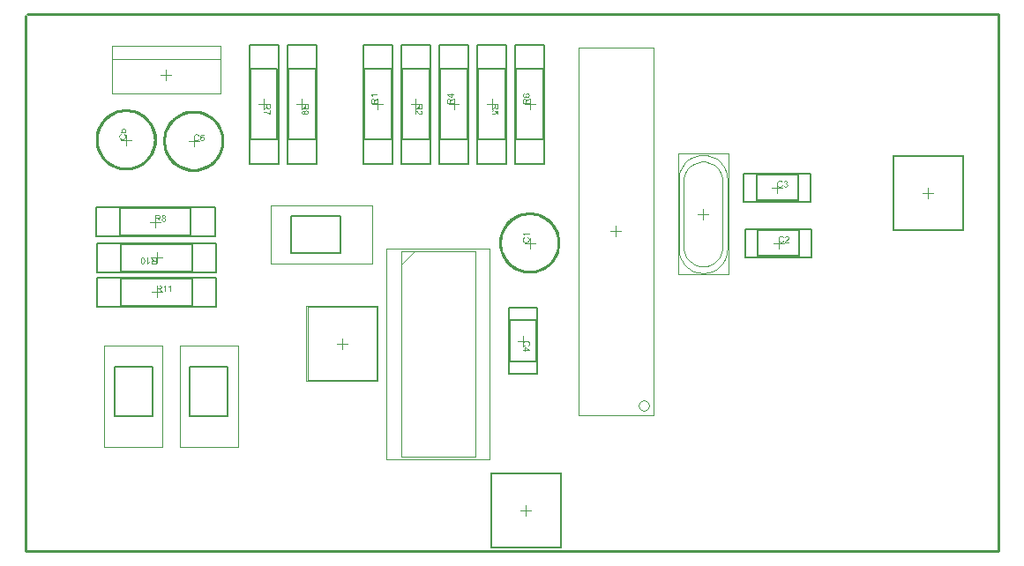
<source format=gbo>
G04*
G04 #@! TF.GenerationSoftware,Altium Limited,Altium Designer,21.4.1 (30)*
G04*
G04 Layer_Color=32896*
%FSLAX25Y25*%
%MOIN*%
G70*
G04*
G04 #@! TF.SameCoordinates,7442B5C9-F661-4E5B-B0DF-60D3DF887EF4*
G04*
G04*
G04 #@! TF.FilePolarity,Positive*
G04*
G01*
G75*
%ADD11C,0.00591*%
%ADD12C,0.00787*%
%ADD14C,0.00394*%
%ADD15C,0.01000*%
%ADD16C,0.00197*%
G36*
X233071Y370765D02*
X231102D01*
X231106Y370761D01*
X231120Y370743D01*
X231142Y370721D01*
X231168Y370685D01*
X231201Y370645D01*
X231237Y370594D01*
X231277Y370536D01*
X231317Y370470D01*
Y370467D01*
X231321Y370463D01*
X231335Y370441D01*
X231353Y370405D01*
X231375Y370361D01*
X231401Y370310D01*
X231426Y370255D01*
X231452Y370201D01*
X231473Y370146D01*
X231175D01*
Y370150D01*
X231168Y370157D01*
X231164Y370172D01*
X231153Y370190D01*
X231142Y370212D01*
X231128Y370237D01*
X231091Y370299D01*
X231051Y370372D01*
X231000Y370445D01*
X230942Y370521D01*
X230880Y370598D01*
X230877Y370601D01*
X230873Y370605D01*
X230862Y370616D01*
X230851Y370630D01*
X230815Y370663D01*
X230771Y370707D01*
X230720Y370750D01*
X230662Y370798D01*
X230604Y370838D01*
X230542Y370874D01*
Y371075D01*
X233071D01*
Y370765D01*
D02*
G37*
G36*
Y369298D02*
X232547Y368967D01*
X232544D01*
X232536Y368960D01*
X232525Y368952D01*
X232511Y368941D01*
X232471Y368916D01*
X232420Y368883D01*
X232365Y368843D01*
X232307Y368803D01*
X232253Y368763D01*
X232202Y368727D01*
X232198Y368723D01*
X232183Y368712D01*
X232161Y368694D01*
X232136Y368668D01*
X232081Y368614D01*
X232056Y368585D01*
X232034Y368556D01*
X232030Y368552D01*
X232027Y368545D01*
X232019Y368530D01*
X232009Y368508D01*
X231998Y368486D01*
X231987Y368461D01*
X231969Y368403D01*
Y368399D01*
X231965Y368392D01*
Y368377D01*
X231961Y368359D01*
X231958Y368334D01*
Y368304D01*
X231954Y368264D01*
Y367835D01*
X233071D01*
Y367500D01*
X230553D01*
Y368668D01*
X230556Y368698D01*
Y368730D01*
X230560Y368807D01*
X230571Y368887D01*
X230582Y368974D01*
X230600Y369054D01*
X230611Y369094D01*
X230622Y369127D01*
Y369131D01*
X230625Y369134D01*
X230636Y369156D01*
X230651Y369189D01*
X230676Y369229D01*
X230709Y369273D01*
X230753Y369320D01*
X230804Y369364D01*
X230862Y369407D01*
X230866D01*
X230869Y369411D01*
X230891Y369426D01*
X230927Y369440D01*
X230975Y369462D01*
X231029Y369480D01*
X231095Y369498D01*
X231164Y369509D01*
X231241Y369513D01*
X231244D01*
X231252D01*
X231266D01*
X231284Y369509D01*
X231310D01*
X231335Y369506D01*
X231397Y369491D01*
X231470Y369469D01*
X231546Y369440D01*
X231623Y369396D01*
X231659Y369367D01*
X231696Y369338D01*
X231699Y369335D01*
X231703Y369331D01*
X231714Y369320D01*
X231725Y369305D01*
X231739Y369287D01*
X231754Y369265D01*
X231772Y369236D01*
X231794Y369207D01*
X231812Y369171D01*
X231830Y369131D01*
X231852Y369087D01*
X231870Y369040D01*
X231885Y368985D01*
X231903Y368931D01*
X231914Y368869D01*
X231925Y368803D01*
X231928Y368810D01*
X231936Y368825D01*
X231950Y368847D01*
X231965Y368876D01*
X232005Y368941D01*
X232030Y368974D01*
X232052Y369003D01*
X232060Y369011D01*
X232078Y369029D01*
X232107Y369058D01*
X232143Y369094D01*
X232194Y369134D01*
X232249Y369182D01*
X232314Y369229D01*
X232387Y369280D01*
X233071Y369713D01*
Y369298D01*
D02*
G37*
G36*
X249947Y366332D02*
X249944Y366302D01*
Y366270D01*
X249940Y366193D01*
X249929Y366113D01*
X249918Y366026D01*
X249900Y365946D01*
X249889Y365906D01*
X249878Y365873D01*
Y365869D01*
X249875Y365866D01*
X249864Y365844D01*
X249849Y365811D01*
X249824Y365771D01*
X249791Y365727D01*
X249747Y365680D01*
X249696Y365636D01*
X249638Y365593D01*
X249634D01*
X249631Y365589D01*
X249609Y365575D01*
X249572Y365560D01*
X249525Y365538D01*
X249471Y365520D01*
X249405Y365502D01*
X249336Y365491D01*
X249259Y365487D01*
X249256D01*
X249249D01*
X249234D01*
X249216Y365491D01*
X249190D01*
X249165Y365494D01*
X249103Y365509D01*
X249030Y365531D01*
X248954Y365560D01*
X248877Y365604D01*
X248841Y365633D01*
X248804Y365662D01*
X248801Y365666D01*
X248797Y365669D01*
X248786Y365680D01*
X248775Y365695D01*
X248761Y365713D01*
X248746Y365735D01*
X248728Y365764D01*
X248706Y365793D01*
X248688Y365829D01*
X248670Y365869D01*
X248648Y365913D01*
X248630Y365960D01*
X248615Y366015D01*
X248597Y366070D01*
X248586Y366131D01*
X248575Y366197D01*
X248571Y366190D01*
X248564Y366175D01*
X248550Y366153D01*
X248535Y366124D01*
X248495Y366059D01*
X248470Y366026D01*
X248448Y365997D01*
X248440Y365989D01*
X248422Y365971D01*
X248393Y365942D01*
X248357Y365906D01*
X248306Y365866D01*
X248251Y365818D01*
X248186Y365771D01*
X248113Y365720D01*
X247428Y365287D01*
Y365702D01*
X247953Y366033D01*
X247956D01*
X247964Y366040D01*
X247974Y366048D01*
X247989Y366059D01*
X248029Y366084D01*
X248080Y366117D01*
X248135Y366157D01*
X248193Y366197D01*
X248248Y366237D01*
X248299Y366273D01*
X248302Y366277D01*
X248317Y366288D01*
X248339Y366306D01*
X248364Y366332D01*
X248419Y366386D01*
X248444Y366415D01*
X248466Y366444D01*
X248470Y366448D01*
X248473Y366455D01*
X248481Y366470D01*
X248491Y366492D01*
X248502Y366514D01*
X248513Y366539D01*
X248531Y366597D01*
Y366601D01*
X248535Y366608D01*
Y366623D01*
X248539Y366641D01*
X248542Y366667D01*
Y366696D01*
X248546Y366736D01*
Y367165D01*
X247428D01*
Y367500D01*
X249947D01*
Y366332D01*
D02*
G37*
G36*
X247498Y365130D02*
X247530Y365127D01*
X247567Y365120D01*
X247603Y365112D01*
X247643Y365098D01*
X247647D01*
X247651Y365094D01*
X247672Y365087D01*
X247705Y365072D01*
X247749Y365050D01*
X247800Y365021D01*
X247858Y364985D01*
X247916Y364945D01*
X247978Y364894D01*
X247982D01*
X247985Y364887D01*
X248007Y364868D01*
X248040Y364836D01*
X248087Y364788D01*
X248142Y364734D01*
X248207Y364665D01*
X248280Y364581D01*
X248357Y364490D01*
X248360Y364486D01*
X248371Y364472D01*
X248390Y364450D01*
X248411Y364424D01*
X248440Y364391D01*
X248473Y364352D01*
X248510Y364311D01*
X248550Y364264D01*
X248637Y364173D01*
X248724Y364082D01*
X248768Y364038D01*
X248812Y363998D01*
X248852Y363962D01*
X248892Y363933D01*
X248895D01*
X248899Y363926D01*
X248910Y363918D01*
X248925Y363911D01*
X248965Y363886D01*
X249012Y363856D01*
X249070Y363831D01*
X249132Y363806D01*
X249201Y363791D01*
X249267Y363784D01*
X249270D01*
X249274D01*
X249296Y363787D01*
X249332Y363791D01*
X249372Y363802D01*
X249423Y363816D01*
X249474Y363842D01*
X249525Y363875D01*
X249576Y363918D01*
X249583Y363926D01*
X249598Y363944D01*
X249616Y363969D01*
X249642Y364009D01*
X249663Y364060D01*
X249685Y364119D01*
X249700Y364188D01*
X249704Y364264D01*
Y364286D01*
X249700Y364300D01*
X249696Y364344D01*
X249685Y364395D01*
X249671Y364450D01*
X249645Y364512D01*
X249612Y364570D01*
X249569Y364625D01*
X249562Y364632D01*
X249543Y364646D01*
X249514Y364668D01*
X249471Y364690D01*
X249420Y364716D01*
X249354Y364737D01*
X249281Y364752D01*
X249198Y364759D01*
X249230Y365076D01*
X249234D01*
X249245Y365072D01*
X249263D01*
X249289Y365069D01*
X249318Y365061D01*
X249350Y365054D01*
X249391Y365043D01*
X249430Y365032D01*
X249518Y365003D01*
X249605Y364959D01*
X249649Y364934D01*
X249693Y364901D01*
X249733Y364868D01*
X249769Y364832D01*
X249773Y364828D01*
X249776Y364821D01*
X249787Y364810D01*
X249798Y364792D01*
X249813Y364770D01*
X249827Y364745D01*
X249846Y364716D01*
X249864Y364679D01*
X249882Y364639D01*
X249900Y364595D01*
X249915Y364548D01*
X249929Y364497D01*
X249940Y364442D01*
X249951Y364384D01*
X249955Y364322D01*
X249958Y364257D01*
Y364220D01*
X249955Y364195D01*
X249951Y364166D01*
X249947Y364129D01*
X249940Y364089D01*
X249933Y364049D01*
X249907Y363955D01*
X249871Y363860D01*
X249849Y363813D01*
X249824Y363765D01*
X249791Y363722D01*
X249755Y363682D01*
X249751Y363678D01*
X249747Y363671D01*
X249733Y363664D01*
X249718Y363649D01*
X249700Y363631D01*
X249674Y363613D01*
X249649Y363594D01*
X249616Y363573D01*
X249547Y363536D01*
X249460Y363500D01*
X249416Y363485D01*
X249365Y363478D01*
X249314Y363471D01*
X249259Y363467D01*
X249252D01*
X249234D01*
X249205Y363471D01*
X249165Y363474D01*
X249121Y363481D01*
X249070Y363496D01*
X249016Y363511D01*
X248961Y363532D01*
X248954Y363536D01*
X248936Y363543D01*
X248906Y363558D01*
X248866Y363580D01*
X248823Y363609D01*
X248768Y363645D01*
X248713Y363689D01*
X248652Y363740D01*
X248644Y363747D01*
X248622Y363765D01*
X248604Y363784D01*
X248586Y363802D01*
X248564Y363824D01*
X248535Y363853D01*
X248506Y363882D01*
X248473Y363918D01*
X248437Y363955D01*
X248397Y363998D01*
X248357Y364046D01*
X248309Y364097D01*
X248262Y364155D01*
X248211Y364213D01*
X248207Y364217D01*
X248200Y364224D01*
X248189Y364239D01*
X248175Y364257D01*
X248153Y364279D01*
X248131Y364304D01*
X248084Y364362D01*
X248029Y364424D01*
X247974Y364482D01*
X247927Y364533D01*
X247909Y364555D01*
X247891Y364574D01*
X247887Y364577D01*
X247876Y364588D01*
X247862Y364603D01*
X247840Y364621D01*
X247814Y364639D01*
X247789Y364661D01*
X247727Y364705D01*
Y363463D01*
X247428D01*
Y365134D01*
X247432D01*
X247447D01*
X247469D01*
X247498Y365130D01*
D02*
G37*
G36*
X261181Y371209D02*
X261786D01*
Y370900D01*
X261181D01*
Y369804D01*
X260898D01*
X259267Y370958D01*
Y371209D01*
X260898D01*
Y371551D01*
X261181D01*
Y371209D01*
D02*
G37*
G36*
X261786Y369298D02*
X261262Y368967D01*
X261258D01*
X261251Y368960D01*
X261240Y368952D01*
X261225Y368941D01*
X261185Y368916D01*
X261134Y368883D01*
X261080Y368843D01*
X261021Y368803D01*
X260967Y368763D01*
X260916Y368727D01*
X260912Y368723D01*
X260898Y368712D01*
X260876Y368694D01*
X260850Y368668D01*
X260796Y368614D01*
X260770Y368585D01*
X260748Y368556D01*
X260745Y368552D01*
X260741Y368545D01*
X260734Y368530D01*
X260723Y368508D01*
X260712Y368486D01*
X260701Y368461D01*
X260683Y368403D01*
Y368399D01*
X260679Y368392D01*
Y368377D01*
X260676Y368359D01*
X260672Y368334D01*
Y368304D01*
X260668Y368264D01*
Y367835D01*
X261786D01*
Y367500D01*
X259267D01*
Y368668D01*
X259271Y368698D01*
Y368730D01*
X259274Y368807D01*
X259285Y368887D01*
X259296Y368974D01*
X259314Y369054D01*
X259325Y369094D01*
X259336Y369127D01*
Y369131D01*
X259340Y369134D01*
X259351Y369156D01*
X259365Y369189D01*
X259391Y369229D01*
X259423Y369273D01*
X259467Y369320D01*
X259518Y369364D01*
X259576Y369407D01*
X259580D01*
X259584Y369411D01*
X259605Y369426D01*
X259642Y369440D01*
X259689Y369462D01*
X259744Y369480D01*
X259809Y369498D01*
X259878Y369509D01*
X259955Y369513D01*
X259959D01*
X259966D01*
X259980D01*
X259998Y369509D01*
X260024D01*
X260050Y369506D01*
X260111Y369491D01*
X260184Y369469D01*
X260261Y369440D01*
X260337Y369396D01*
X260373Y369367D01*
X260410Y369338D01*
X260414Y369335D01*
X260417Y369331D01*
X260428Y369320D01*
X260439Y369305D01*
X260454Y369287D01*
X260468Y369265D01*
X260486Y369236D01*
X260508Y369207D01*
X260526Y369171D01*
X260544Y369131D01*
X260566Y369087D01*
X260585Y369040D01*
X260599Y368985D01*
X260617Y368931D01*
X260628Y368869D01*
X260639Y368803D01*
X260643Y368810D01*
X260650Y368825D01*
X260665Y368847D01*
X260679Y368876D01*
X260719Y368941D01*
X260745Y368974D01*
X260767Y369003D01*
X260774Y369011D01*
X260792Y369029D01*
X260821Y369058D01*
X260858Y369094D01*
X260909Y369134D01*
X260963Y369182D01*
X261029Y369229D01*
X261101Y369280D01*
X261786Y369713D01*
Y369298D01*
D02*
G37*
G36*
X166954Y356070D02*
X166980D01*
X167009Y356066D01*
X167078Y356052D01*
X167155Y356033D01*
X167235Y356004D01*
X167315Y355961D01*
X167355Y355935D01*
X167391Y355906D01*
X167395Y355902D01*
X167398Y355899D01*
X167409Y355888D01*
X167420Y355877D01*
X167438Y355859D01*
X167453Y355837D01*
X167493Y355786D01*
X167533Y355720D01*
X167569Y355640D01*
X167602Y355549D01*
X167624Y355447D01*
X167315Y355422D01*
Y355426D01*
X167311Y355429D01*
X167307Y355451D01*
X167297Y355484D01*
X167282Y355524D01*
X167267Y355568D01*
X167245Y355611D01*
X167220Y355651D01*
X167195Y355684D01*
X167187Y355691D01*
X167173Y355706D01*
X167147Y355728D01*
X167111Y355753D01*
X167063Y355775D01*
X167013Y355797D01*
X166951Y355811D01*
X166885Y355819D01*
X166860D01*
X166831Y355815D01*
X166798Y355808D01*
X166754Y355797D01*
X166710Y355782D01*
X166667Y355764D01*
X166623Y355735D01*
X166616Y355731D01*
X166598Y355717D01*
X166572Y355691D01*
X166539Y355655D01*
X166503Y355611D01*
X166463Y355560D01*
X166427Y355495D01*
X166390Y355422D01*
Y355418D01*
X166386Y355411D01*
X166383Y355400D01*
X166376Y355385D01*
X166372Y355364D01*
X166365Y355338D01*
X166357Y355309D01*
X166350Y355273D01*
X166339Y355233D01*
X166332Y355189D01*
X166325Y355142D01*
X166321Y355091D01*
X166314Y355032D01*
X166310Y354974D01*
X166306Y354909D01*
Y354843D01*
X166310Y354847D01*
X166325Y354869D01*
X166350Y354898D01*
X166383Y354934D01*
X166419Y354978D01*
X166467Y355018D01*
X166517Y355058D01*
X166576Y355094D01*
X166579D01*
X166583Y355098D01*
X166605Y355109D01*
X166638Y355120D01*
X166681Y355138D01*
X166732Y355153D01*
X166790Y355163D01*
X166852Y355174D01*
X166918Y355178D01*
X166947D01*
X166969Y355174D01*
X166998Y355171D01*
X167027Y355167D01*
X167063Y355160D01*
X167100Y355149D01*
X167184Y355123D01*
X167227Y355105D01*
X167271Y355080D01*
X167315Y355054D01*
X167362Y355025D01*
X167406Y354989D01*
X167446Y354949D01*
X167449Y354945D01*
X167457Y354938D01*
X167468Y354927D01*
X167479Y354909D01*
X167497Y354883D01*
X167515Y354858D01*
X167533Y354825D01*
X167555Y354788D01*
X167577Y354749D01*
X167595Y354705D01*
X167613Y354654D01*
X167631Y354603D01*
X167642Y354548D01*
X167653Y354486D01*
X167660Y354425D01*
X167664Y354359D01*
Y354355D01*
Y354348D01*
Y354337D01*
Y354319D01*
X167660Y354297D01*
Y354275D01*
X167649Y354217D01*
X167639Y354148D01*
X167620Y354075D01*
X167595Y353995D01*
X167559Y353919D01*
Y353915D01*
X167555Y353911D01*
X167548Y353900D01*
X167540Y353886D01*
X167518Y353849D01*
X167486Y353802D01*
X167446Y353751D01*
X167398Y353700D01*
X167340Y353649D01*
X167278Y353606D01*
X167275D01*
X167271Y353602D01*
X167260Y353595D01*
X167245Y353591D01*
X167209Y353573D01*
X167162Y353555D01*
X167100Y353533D01*
X167031Y353518D01*
X166954Y353504D01*
X166871Y353500D01*
X166852D01*
X166834Y353504D01*
X166805D01*
X166772Y353507D01*
X166736Y353515D01*
X166692Y353525D01*
X166649Y353536D01*
X166598Y353551D01*
X166547Y353569D01*
X166496Y353591D01*
X166441Y353620D01*
X166390Y353653D01*
X166339Y353689D01*
X166288Y353733D01*
X166241Y353784D01*
X166237Y353787D01*
X166230Y353798D01*
X166219Y353813D01*
X166205Y353838D01*
X166183Y353871D01*
X166164Y353908D01*
X166143Y353955D01*
X166121Y354006D01*
X166095Y354068D01*
X166073Y354137D01*
X166055Y354213D01*
X166037Y354297D01*
X166019Y354392D01*
X166008Y354494D01*
X166001Y354603D01*
X165997Y354719D01*
Y354723D01*
Y354727D01*
Y354738D01*
Y354752D01*
X166001Y354788D01*
Y354839D01*
X166004Y354898D01*
X166012Y354967D01*
X166019Y355043D01*
X166030Y355127D01*
X166044Y355211D01*
X166062Y355302D01*
X166084Y355389D01*
X166110Y355476D01*
X166143Y355560D01*
X166179Y355640D01*
X166219Y355717D01*
X166266Y355782D01*
X166270Y355786D01*
X166277Y355793D01*
X166292Y355808D01*
X166310Y355830D01*
X166332Y355851D01*
X166361Y355873D01*
X166397Y355902D01*
X166434Y355928D01*
X166478Y355953D01*
X166525Y355982D01*
X166579Y356004D01*
X166634Y356030D01*
X166696Y356048D01*
X166761Y356063D01*
X166831Y356070D01*
X166903Y356073D01*
X166932D01*
X166954Y356070D01*
D02*
G37*
G36*
X164749Y356103D02*
X164781Y356099D01*
X164821Y356095D01*
X164861Y356092D01*
X164909Y356081D01*
X165007Y356059D01*
X165116Y356026D01*
X165171Y356004D01*
X165222Y355979D01*
X165273Y355946D01*
X165324Y355913D01*
X165327Y355910D01*
X165334Y355906D01*
X165349Y355895D01*
X165367Y355877D01*
X165385Y355859D01*
X165411Y355833D01*
X165436Y355804D01*
X165466Y355775D01*
X165495Y355738D01*
X165524Y355695D01*
X165557Y355651D01*
X165586Y355604D01*
X165611Y355549D01*
X165640Y355495D01*
X165662Y355436D01*
X165684Y355371D01*
X165356Y355294D01*
Y355298D01*
X165353Y355305D01*
X165345Y355320D01*
X165338Y355338D01*
X165331Y355360D01*
X165320Y355389D01*
X165291Y355447D01*
X165254Y355513D01*
X165211Y355578D01*
X165156Y355640D01*
X165098Y355695D01*
X165091Y355702D01*
X165069Y355717D01*
X165032Y355735D01*
X164985Y355760D01*
X164923Y355782D01*
X164854Y355804D01*
X164770Y355819D01*
X164679Y355822D01*
X164650D01*
X164632Y355819D01*
X164606D01*
X164577Y355815D01*
X164508Y355804D01*
X164432Y355789D01*
X164352Y355764D01*
X164268Y355728D01*
X164192Y355680D01*
X164188D01*
X164184Y355673D01*
X164159Y355655D01*
X164126Y355626D01*
X164086Y355582D01*
X164039Y355527D01*
X163995Y355466D01*
X163955Y355389D01*
X163919Y355305D01*
Y355302D01*
X163915Y355294D01*
X163911Y355284D01*
X163908Y355265D01*
X163900Y355243D01*
X163893Y355218D01*
X163882Y355156D01*
X163868Y355083D01*
X163853Y355003D01*
X163846Y354916D01*
X163842Y354821D01*
Y354818D01*
Y354807D01*
Y354788D01*
Y354767D01*
X163846Y354741D01*
Y354708D01*
X163849Y354672D01*
X163853Y354632D01*
X163864Y354545D01*
X163882Y354450D01*
X163904Y354355D01*
X163933Y354261D01*
Y354257D01*
X163937Y354250D01*
X163944Y354239D01*
X163951Y354221D01*
X163973Y354177D01*
X164006Y354126D01*
X164046Y354068D01*
X164097Y354006D01*
X164155Y353951D01*
X164224Y353900D01*
X164228D01*
X164235Y353897D01*
X164246Y353889D01*
X164261Y353882D01*
X164279Y353875D01*
X164301Y353864D01*
X164352Y353842D01*
X164417Y353820D01*
X164490Y353802D01*
X164570Y353787D01*
X164654Y353784D01*
X164679D01*
X164701Y353787D01*
X164727D01*
X164752Y353791D01*
X164818Y353806D01*
X164894Y353824D01*
X164971Y353853D01*
X165051Y353893D01*
X165091Y353915D01*
X165127Y353944D01*
X165131Y353948D01*
X165134Y353951D01*
X165145Y353962D01*
X165160Y353973D01*
X165174Y353991D01*
X165193Y354013D01*
X165214Y354035D01*
X165233Y354064D01*
X165254Y354097D01*
X165280Y354133D01*
X165302Y354170D01*
X165324Y354213D01*
X165342Y354261D01*
X165360Y354312D01*
X165378Y354366D01*
X165393Y354425D01*
X165728Y354341D01*
Y354337D01*
X165724Y354323D01*
X165717Y354301D01*
X165706Y354272D01*
X165695Y354239D01*
X165680Y354199D01*
X165662Y354155D01*
X165640Y354108D01*
X165589Y354006D01*
X165524Y353904D01*
X165484Y353853D01*
X165444Y353802D01*
X165400Y353758D01*
X165349Y353715D01*
X165345Y353711D01*
X165338Y353704D01*
X165320Y353696D01*
X165302Y353682D01*
X165273Y353664D01*
X165243Y353646D01*
X165203Y353627D01*
X165163Y353609D01*
X165116Y353587D01*
X165065Y353569D01*
X165010Y353551D01*
X164952Y353533D01*
X164890Y353518D01*
X164825Y353511D01*
X164756Y353504D01*
X164683Y353500D01*
X164643D01*
X164614Y353504D01*
X164581D01*
X164541Y353507D01*
X164497Y353515D01*
X164446Y353522D01*
X164341Y353540D01*
X164232Y353569D01*
X164122Y353609D01*
X164071Y353635D01*
X164021Y353664D01*
X164017Y353667D01*
X164009Y353671D01*
X163995Y353682D01*
X163980Y353696D01*
X163959Y353711D01*
X163933Y353733D01*
X163904Y353758D01*
X163875Y353787D01*
X163846Y353820D01*
X163813Y353853D01*
X163748Y353937D01*
X163686Y354035D01*
X163631Y354144D01*
Y354148D01*
X163624Y354159D01*
X163620Y354177D01*
X163609Y354199D01*
X163602Y354228D01*
X163591Y354264D01*
X163576Y354304D01*
X163566Y354348D01*
X163555Y354395D01*
X163540Y354450D01*
X163522Y354563D01*
X163507Y354690D01*
X163500Y354821D01*
Y354825D01*
Y354839D01*
Y354861D01*
X163504Y354887D01*
Y354923D01*
X163507Y354960D01*
X163511Y355007D01*
X163518Y355054D01*
X163536Y355160D01*
X163562Y355276D01*
X163598Y355393D01*
X163649Y355506D01*
X163653Y355509D01*
X163656Y355520D01*
X163664Y355535D01*
X163678Y355553D01*
X163693Y355578D01*
X163711Y355608D01*
X163758Y355673D01*
X163820Y355746D01*
X163893Y355819D01*
X163977Y355891D01*
X164075Y355953D01*
X164079Y355957D01*
X164090Y355961D01*
X164104Y355968D01*
X164122Y355979D01*
X164152Y355990D01*
X164181Y356001D01*
X164217Y356015D01*
X164257Y356030D01*
X164301Y356044D01*
X164348Y356059D01*
X164450Y356081D01*
X164567Y356099D01*
X164687Y356106D01*
X164723D01*
X164749Y356103D01*
D02*
G37*
G36*
X289703Y371559D02*
X289725D01*
X289783Y371548D01*
X289852Y371537D01*
X289925Y371518D01*
X290005Y371493D01*
X290081Y371457D01*
X290085D01*
X290089Y371453D01*
X290100Y371446D01*
X290114Y371439D01*
X290151Y371417D01*
X290198Y371384D01*
X290249Y371344D01*
X290300Y371297D01*
X290351Y371238D01*
X290394Y371176D01*
Y371173D01*
X290398Y371169D01*
X290405Y371158D01*
X290409Y371144D01*
X290427Y371107D01*
X290445Y371060D01*
X290467Y370998D01*
X290482Y370929D01*
X290496Y370852D01*
X290500Y370769D01*
Y370750D01*
X290496Y370732D01*
Y370703D01*
X290493Y370670D01*
X290486Y370634D01*
X290475Y370590D01*
X290464Y370547D01*
X290449Y370496D01*
X290431Y370445D01*
X290409Y370394D01*
X290380Y370339D01*
X290347Y370288D01*
X290311Y370237D01*
X290267Y370186D01*
X290216Y370139D01*
X290212Y370135D01*
X290202Y370128D01*
X290187Y370117D01*
X290161Y370103D01*
X290129Y370081D01*
X290092Y370062D01*
X290045Y370041D01*
X289994Y370019D01*
X289932Y369993D01*
X289863Y369971D01*
X289787Y369953D01*
X289703Y369935D01*
X289608Y369917D01*
X289506Y369906D01*
X289397Y369899D01*
X289281Y369895D01*
X289277D01*
X289273D01*
X289262D01*
X289248D01*
X289212Y369899D01*
X289160D01*
X289102Y369902D01*
X289033Y369910D01*
X288957Y369917D01*
X288873Y369928D01*
X288789Y369942D01*
X288698Y369961D01*
X288611Y369983D01*
X288524Y370008D01*
X288440Y370041D01*
X288360Y370077D01*
X288283Y370117D01*
X288218Y370164D01*
X288214Y370168D01*
X288207Y370175D01*
X288192Y370190D01*
X288170Y370208D01*
X288149Y370230D01*
X288127Y370259D01*
X288098Y370296D01*
X288072Y370332D01*
X288047Y370376D01*
X288018Y370423D01*
X287996Y370478D01*
X287970Y370532D01*
X287952Y370594D01*
X287937Y370659D01*
X287930Y370729D01*
X287927Y370801D01*
Y370831D01*
X287930Y370852D01*
Y370878D01*
X287934Y370907D01*
X287948Y370976D01*
X287967Y371053D01*
X287996Y371133D01*
X288039Y371213D01*
X288065Y371253D01*
X288094Y371289D01*
X288098Y371293D01*
X288101Y371297D01*
X288112Y371307D01*
X288123Y371318D01*
X288141Y371337D01*
X288163Y371351D01*
X288214Y371391D01*
X288280Y371431D01*
X288360Y371468D01*
X288451Y371500D01*
X288553Y371522D01*
X288578Y371213D01*
X288575D01*
X288571Y371209D01*
X288549Y371205D01*
X288516Y371195D01*
X288476Y371180D01*
X288433Y371165D01*
X288389Y371144D01*
X288349Y371118D01*
X288316Y371093D01*
X288309Y371085D01*
X288294Y371071D01*
X288272Y371045D01*
X288247Y371009D01*
X288225Y370962D01*
X288203Y370911D01*
X288189Y370849D01*
X288181Y370783D01*
Y370758D01*
X288185Y370729D01*
X288192Y370696D01*
X288203Y370652D01*
X288218Y370608D01*
X288236Y370565D01*
X288265Y370521D01*
X288269Y370514D01*
X288283Y370496D01*
X288309Y370470D01*
X288345Y370438D01*
X288389Y370401D01*
X288440Y370361D01*
X288505Y370325D01*
X288578Y370288D01*
X288582D01*
X288589Y370285D01*
X288600Y370281D01*
X288615Y370274D01*
X288636Y370270D01*
X288662Y370263D01*
X288691Y370255D01*
X288727Y370248D01*
X288767Y370237D01*
X288811Y370230D01*
X288858Y370223D01*
X288909Y370219D01*
X288968Y370212D01*
X289026Y370208D01*
X289091Y370204D01*
X289157D01*
X289153Y370208D01*
X289131Y370223D01*
X289102Y370248D01*
X289066Y370281D01*
X289022Y370317D01*
X288982Y370365D01*
X288942Y370416D01*
X288906Y370474D01*
Y370478D01*
X288902Y370481D01*
X288891Y370503D01*
X288880Y370536D01*
X288862Y370579D01*
X288847Y370630D01*
X288837Y370689D01*
X288826Y370750D01*
X288822Y370816D01*
Y370845D01*
X288826Y370867D01*
X288829Y370896D01*
X288833Y370925D01*
X288840Y370962D01*
X288851Y370998D01*
X288877Y371082D01*
X288895Y371125D01*
X288920Y371169D01*
X288946Y371213D01*
X288975Y371260D01*
X289011Y371304D01*
X289051Y371344D01*
X289055Y371347D01*
X289062Y371355D01*
X289073Y371366D01*
X289091Y371377D01*
X289117Y371395D01*
X289142Y371413D01*
X289175Y371431D01*
X289212Y371453D01*
X289251Y371475D01*
X289295Y371493D01*
X289346Y371511D01*
X289397Y371530D01*
X289452Y371540D01*
X289514Y371551D01*
X289576Y371559D01*
X289641Y371562D01*
X289645D01*
X289652D01*
X289663D01*
X289681D01*
X289703Y371559D01*
D02*
G37*
G36*
X290456Y369298D02*
X289932Y368967D01*
X289929D01*
X289921Y368960D01*
X289910Y368952D01*
X289896Y368941D01*
X289856Y368916D01*
X289805Y368883D01*
X289750Y368843D01*
X289692Y368803D01*
X289637Y368763D01*
X289586Y368727D01*
X289583Y368723D01*
X289568Y368712D01*
X289546Y368694D01*
X289521Y368668D01*
X289466Y368614D01*
X289441Y368585D01*
X289419Y368556D01*
X289415Y368552D01*
X289412Y368545D01*
X289404Y368530D01*
X289393Y368508D01*
X289383Y368486D01*
X289372Y368461D01*
X289353Y368403D01*
Y368399D01*
X289350Y368392D01*
Y368377D01*
X289346Y368359D01*
X289342Y368334D01*
Y368304D01*
X289339Y368264D01*
Y367835D01*
X290456D01*
Y367500D01*
X287937D01*
Y368668D01*
X287941Y368698D01*
Y368730D01*
X287945Y368807D01*
X287956Y368887D01*
X287967Y368974D01*
X287985Y369054D01*
X287996Y369094D01*
X288007Y369127D01*
Y369131D01*
X288010Y369134D01*
X288021Y369156D01*
X288036Y369189D01*
X288061Y369229D01*
X288094Y369273D01*
X288138Y369320D01*
X288189Y369364D01*
X288247Y369407D01*
X288250D01*
X288254Y369411D01*
X288276Y369426D01*
X288312Y369440D01*
X288360Y369462D01*
X288414Y369480D01*
X288480Y369498D01*
X288549Y369509D01*
X288625Y369513D01*
X288629D01*
X288636D01*
X288651D01*
X288669Y369509D01*
X288695D01*
X288720Y369506D01*
X288782Y369491D01*
X288855Y369469D01*
X288931Y369440D01*
X289008Y369396D01*
X289044Y369367D01*
X289080Y369338D01*
X289084Y369335D01*
X289088Y369331D01*
X289099Y369320D01*
X289110Y369305D01*
X289124Y369287D01*
X289139Y369265D01*
X289157Y369236D01*
X289179Y369207D01*
X289197Y369171D01*
X289215Y369131D01*
X289237Y369087D01*
X289255Y369040D01*
X289270Y368985D01*
X289288Y368931D01*
X289299Y368869D01*
X289310Y368803D01*
X289313Y368810D01*
X289321Y368825D01*
X289335Y368847D01*
X289350Y368876D01*
X289390Y368941D01*
X289415Y368974D01*
X289437Y369003D01*
X289444Y369011D01*
X289463Y369029D01*
X289492Y369058D01*
X289528Y369094D01*
X289579Y369134D01*
X289634Y369182D01*
X289699Y369229D01*
X289772Y369280D01*
X290456Y369713D01*
Y369298D01*
D02*
G37*
G36*
X206920Y366332D02*
X206916Y366302D01*
Y366270D01*
X206912Y366193D01*
X206902Y366113D01*
X206891Y366026D01*
X206872Y365946D01*
X206861Y365906D01*
X206851Y365873D01*
Y365869D01*
X206847Y365866D01*
X206836Y365844D01*
X206821Y365811D01*
X206796Y365771D01*
X206763Y365727D01*
X206719Y365680D01*
X206668Y365636D01*
X206610Y365593D01*
X206607D01*
X206603Y365589D01*
X206581Y365575D01*
X206545Y365560D01*
X206497Y365538D01*
X206443Y365520D01*
X206377Y365502D01*
X206308Y365491D01*
X206232Y365487D01*
X206228D01*
X206221D01*
X206206D01*
X206188Y365491D01*
X206163D01*
X206137Y365494D01*
X206075Y365509D01*
X206002Y365531D01*
X205926Y365560D01*
X205850Y365604D01*
X205813Y365633D01*
X205777Y365662D01*
X205773Y365666D01*
X205769Y365669D01*
X205759Y365680D01*
X205748Y365695D01*
X205733Y365713D01*
X205718Y365735D01*
X205700Y365764D01*
X205678Y365793D01*
X205660Y365829D01*
X205642Y365869D01*
X205620Y365913D01*
X205602Y365960D01*
X205587Y366015D01*
X205569Y366070D01*
X205558Y366131D01*
X205547Y366197D01*
X205544Y366190D01*
X205537Y366175D01*
X205522Y366153D01*
X205507Y366124D01*
X205467Y366059D01*
X205442Y366026D01*
X205420Y365997D01*
X205413Y365989D01*
X205395Y365971D01*
X205365Y365942D01*
X205329Y365906D01*
X205278Y365866D01*
X205223Y365818D01*
X205158Y365771D01*
X205085Y365720D01*
X204401Y365287D01*
Y365702D01*
X204925Y366033D01*
X204929D01*
X204936Y366040D01*
X204947Y366048D01*
X204961Y366059D01*
X205001Y366084D01*
X205052Y366117D01*
X205107Y366157D01*
X205165Y366197D01*
X205220Y366237D01*
X205271Y366273D01*
X205274Y366277D01*
X205289Y366288D01*
X205311Y366306D01*
X205336Y366332D01*
X205391Y366386D01*
X205416Y366415D01*
X205438Y366444D01*
X205442Y366448D01*
X205446Y366455D01*
X205453Y366470D01*
X205464Y366492D01*
X205475Y366514D01*
X205486Y366539D01*
X205504Y366597D01*
Y366601D01*
X205507Y366608D01*
Y366623D01*
X205511Y366641D01*
X205515Y366667D01*
Y366696D01*
X205518Y366736D01*
Y367165D01*
X204401D01*
Y367500D01*
X206920D01*
Y366332D01*
D02*
G37*
G36*
X206141Y365087D02*
X206173Y365083D01*
X206213Y365079D01*
X206254Y365072D01*
X206301Y365061D01*
X206396Y365036D01*
X206447Y365018D01*
X206501Y364996D01*
X206552Y364970D01*
X206599Y364937D01*
X206650Y364905D01*
X206694Y364865D01*
X206698Y364861D01*
X206705Y364854D01*
X206716Y364843D01*
X206730Y364825D01*
X206749Y364803D01*
X206770Y364774D01*
X206789Y364745D01*
X206814Y364708D01*
X206836Y364672D01*
X206854Y364628D01*
X206894Y364530D01*
X206909Y364479D01*
X206920Y364421D01*
X206927Y364362D01*
X206931Y364300D01*
Y364275D01*
X206927Y364257D01*
Y364239D01*
X206923Y364213D01*
X206912Y364151D01*
X206898Y364082D01*
X206872Y364006D01*
X206840Y363929D01*
X206796Y363853D01*
Y363849D01*
X206789Y363845D01*
X206781Y363835D01*
X206770Y363820D01*
X206741Y363784D01*
X206701Y363736D01*
X206647Y363689D01*
X206581Y363634D01*
X206505Y363587D01*
X206417Y363543D01*
X206414D01*
X206406Y363540D01*
X206392Y363532D01*
X206374Y363525D01*
X206348Y363518D01*
X206315Y363507D01*
X206279Y363500D01*
X206239Y363489D01*
X206192Y363478D01*
X206137Y363467D01*
X206079Y363460D01*
X206017Y363452D01*
X205948Y363445D01*
X205875Y363438D01*
X205795Y363434D01*
X205711D01*
X205708D01*
X205689D01*
X205664D01*
X205631D01*
X205591Y363438D01*
X205544D01*
X205489Y363441D01*
X205434Y363449D01*
X205311Y363460D01*
X205180Y363478D01*
X205056Y363503D01*
X204994Y363522D01*
X204940Y363540D01*
X204936D01*
X204929Y363543D01*
X204914Y363551D01*
X204892Y363558D01*
X204870Y363569D01*
X204841Y363583D01*
X204779Y363620D01*
X204710Y363664D01*
X204637Y363715D01*
X204568Y363780D01*
X204506Y363853D01*
Y363856D01*
X204499Y363864D01*
X204492Y363875D01*
X204485Y363889D01*
X204474Y363911D01*
X204459Y363933D01*
X204445Y363962D01*
X204433Y363991D01*
X204404Y364060D01*
X204379Y364144D01*
X204364Y364235D01*
X204357Y364337D01*
Y364366D01*
X204361Y364384D01*
Y364410D01*
X204364Y364439D01*
X204379Y364508D01*
X204397Y364584D01*
X204426Y364665D01*
X204466Y364745D01*
X204492Y364785D01*
X204521Y364821D01*
X204524Y364825D01*
X204528Y364828D01*
X204539Y364839D01*
X204550Y364850D01*
X204568Y364865D01*
X204590Y364883D01*
X204641Y364919D01*
X204707Y364956D01*
X204787Y364992D01*
X204878Y365021D01*
X204983Y365043D01*
X205009Y364745D01*
X205005D01*
X204998Y364741D01*
X204991D01*
X204976Y364737D01*
X204936Y364726D01*
X204892Y364712D01*
X204841Y364694D01*
X204790Y364668D01*
X204743Y364639D01*
X204703Y364603D01*
X204699Y364599D01*
X204688Y364584D01*
X204674Y364559D01*
X204659Y364530D01*
X204641Y364490D01*
X204626Y364442D01*
X204615Y364388D01*
X204612Y364330D01*
Y364304D01*
X204615Y364279D01*
X204619Y364246D01*
X204626Y364206D01*
X204637Y364166D01*
X204652Y364122D01*
X204674Y364082D01*
X204677Y364078D01*
X204685Y364064D01*
X204699Y364042D01*
X204721Y364020D01*
X204747Y363991D01*
X204776Y363962D01*
X204808Y363933D01*
X204849Y363904D01*
X204852Y363900D01*
X204870Y363893D01*
X204896Y363878D01*
X204929Y363864D01*
X204972Y363845D01*
X205023Y363827D01*
X205082Y363809D01*
X205147Y363791D01*
X205151D01*
X205154Y363787D01*
X205165D01*
X205180Y363784D01*
X205216Y363776D01*
X205263Y363765D01*
X205322Y363758D01*
X205384Y363751D01*
X205453Y363747D01*
X205525Y363744D01*
X205529D01*
X205540D01*
X205558D01*
X205587D01*
X205580Y363747D01*
X205562Y363762D01*
X205537Y363784D01*
X205500Y363809D01*
X205464Y363845D01*
X205424Y363889D01*
X205384Y363940D01*
X205347Y363998D01*
X205344Y364006D01*
X205333Y364028D01*
X205318Y364060D01*
X205304Y364100D01*
X205285Y364155D01*
X205271Y364213D01*
X205260Y364279D01*
X205256Y364348D01*
Y364377D01*
X205260Y364399D01*
X205263Y364428D01*
X205267Y364457D01*
X205274Y364493D01*
X205285Y364530D01*
X205311Y364614D01*
X205329Y364657D01*
X205351Y364701D01*
X205376Y364748D01*
X205409Y364792D01*
X205442Y364836D01*
X205482Y364876D01*
X205486Y364879D01*
X205493Y364887D01*
X205504Y364894D01*
X205522Y364908D01*
X205547Y364927D01*
X205573Y364945D01*
X205606Y364963D01*
X205642Y364981D01*
X205682Y365003D01*
X205726Y365021D01*
X205777Y365039D01*
X205828Y365058D01*
X205886Y365072D01*
X205948Y365079D01*
X206010Y365087D01*
X206079Y365090D01*
X206083D01*
X206097D01*
X206115D01*
X206141Y365087D01*
D02*
G37*
G36*
X149500Y306938D02*
X148332D01*
X148302Y306941D01*
X148270D01*
X148193Y306945D01*
X148113Y306956D01*
X148026Y306967D01*
X147946Y306985D01*
X147906Y306996D01*
X147873Y307007D01*
X147869D01*
X147866Y307010D01*
X147844Y307021D01*
X147811Y307036D01*
X147771Y307061D01*
X147727Y307094D01*
X147680Y307138D01*
X147636Y307189D01*
X147593Y307247D01*
Y307250D01*
X147589Y307254D01*
X147574Y307276D01*
X147560Y307312D01*
X147538Y307360D01*
X147520Y307414D01*
X147502Y307480D01*
X147491Y307549D01*
X147487Y307625D01*
Y307629D01*
Y307636D01*
Y307651D01*
X147491Y307669D01*
Y307695D01*
X147494Y307720D01*
X147509Y307782D01*
X147531Y307855D01*
X147560Y307931D01*
X147604Y308008D01*
X147633Y308044D01*
X147662Y308080D01*
X147666Y308084D01*
X147669Y308088D01*
X147680Y308099D01*
X147695Y308109D01*
X147713Y308124D01*
X147735Y308139D01*
X147764Y308157D01*
X147793Y308179D01*
X147829Y308197D01*
X147869Y308215D01*
X147913Y308237D01*
X147960Y308255D01*
X148015Y308270D01*
X148070Y308288D01*
X148131Y308299D01*
X148197Y308310D01*
X148190Y308313D01*
X148175Y308321D01*
X148153Y308335D01*
X148124Y308350D01*
X148059Y308390D01*
X148026Y308415D01*
X147997Y308437D01*
X147989Y308444D01*
X147971Y308463D01*
X147942Y308492D01*
X147906Y308528D01*
X147866Y308579D01*
X147818Y308634D01*
X147771Y308699D01*
X147720Y308772D01*
X147287Y309456D01*
X147702D01*
X148033Y308932D01*
Y308928D01*
X148040Y308921D01*
X148048Y308910D01*
X148059Y308896D01*
X148084Y308856D01*
X148117Y308805D01*
X148157Y308750D01*
X148197Y308692D01*
X148237Y308637D01*
X148273Y308586D01*
X148277Y308583D01*
X148288Y308568D01*
X148306Y308546D01*
X148332Y308521D01*
X148386Y308466D01*
X148415Y308441D01*
X148444Y308419D01*
X148448Y308415D01*
X148455Y308412D01*
X148470Y308404D01*
X148492Y308394D01*
X148514Y308383D01*
X148539Y308372D01*
X148597Y308353D01*
X148601D01*
X148608Y308350D01*
X148623D01*
X148641Y308346D01*
X148667Y308343D01*
X148696D01*
X148736Y308339D01*
X149165D01*
Y309456D01*
X149500D01*
Y306938D01*
D02*
G37*
G36*
X146235Y307487D02*
X146239Y307491D01*
X146257Y307505D01*
X146279Y307527D01*
X146315Y307553D01*
X146355Y307585D01*
X146406Y307622D01*
X146464Y307662D01*
X146530Y307702D01*
X146533D01*
X146537Y307705D01*
X146559Y307720D01*
X146595Y307738D01*
X146639Y307760D01*
X146690Y307786D01*
X146745Y307811D01*
X146799Y307837D01*
X146854Y307858D01*
Y307560D01*
X146850D01*
X146843Y307553D01*
X146828Y307549D01*
X146810Y307538D01*
X146788Y307527D01*
X146763Y307513D01*
X146701Y307476D01*
X146628Y307436D01*
X146555Y307385D01*
X146479Y307327D01*
X146402Y307265D01*
X146399Y307261D01*
X146395Y307258D01*
X146384Y307247D01*
X146370Y307236D01*
X146337Y307200D01*
X146293Y307156D01*
X146249Y307105D01*
X146202Y307047D01*
X146162Y306988D01*
X146126Y306926D01*
X145925D01*
Y309456D01*
X146235D01*
Y307487D01*
D02*
G37*
G36*
X144371Y309496D02*
X144400Y309493D01*
X144437Y309486D01*
X144477Y309478D01*
X144520Y309467D01*
X144564Y309453D01*
X144612Y309438D01*
X144659Y309416D01*
X144706Y309391D01*
X144754Y309362D01*
X144801Y309325D01*
X144844Y309285D01*
X144885Y309242D01*
X144888Y309238D01*
X144895Y309227D01*
X144906Y309209D01*
X144924Y309180D01*
X144943Y309147D01*
X144961Y309103D01*
X144986Y309052D01*
X145008Y308994D01*
X145030Y308928D01*
X145052Y308852D01*
X145074Y308768D01*
X145092Y308674D01*
X145110Y308572D01*
X145121Y308463D01*
X145128Y308343D01*
X145132Y308215D01*
Y308211D01*
Y308197D01*
Y308171D01*
Y308142D01*
X145128Y308102D01*
Y308059D01*
X145125Y308011D01*
X145121Y307957D01*
X145110Y307844D01*
X145092Y307724D01*
X145070Y307604D01*
X145056Y307549D01*
X145041Y307494D01*
Y307491D01*
X145037Y307484D01*
X145030Y307469D01*
X145023Y307451D01*
X145016Y307425D01*
X145001Y307400D01*
X144972Y307338D01*
X144936Y307272D01*
X144888Y307203D01*
X144834Y307134D01*
X144768Y307076D01*
X144764D01*
X144761Y307068D01*
X144750Y307061D01*
X144735Y307054D01*
X144717Y307039D01*
X144695Y307029D01*
X144641Y306999D01*
X144575Y306974D01*
X144499Y306948D01*
X144408Y306934D01*
X144309Y306926D01*
X144277D01*
X144237Y306930D01*
X144189Y306938D01*
X144135Y306948D01*
X144076Y306963D01*
X144015Y306981D01*
X143956Y307010D01*
X143953D01*
X143949Y307014D01*
X143931Y307025D01*
X143902Y307043D01*
X143865Y307068D01*
X143825Y307105D01*
X143782Y307145D01*
X143742Y307192D01*
X143702Y307247D01*
X143698Y307254D01*
X143683Y307272D01*
X143669Y307305D01*
X143643Y307352D01*
X143621Y307407D01*
X143592Y307469D01*
X143567Y307542D01*
X143545Y307622D01*
Y307625D01*
X143541Y307633D01*
X143538Y307644D01*
X143534Y307662D01*
X143530Y307684D01*
X143527Y307709D01*
X143519Y307742D01*
X143516Y307778D01*
X143509Y307818D01*
X143505Y307862D01*
X143501Y307913D01*
X143494Y307964D01*
X143490Y308022D01*
Y308080D01*
X143487Y308146D01*
Y308215D01*
Y308219D01*
Y308233D01*
Y308259D01*
Y308288D01*
X143490Y308328D01*
Y308372D01*
X143494Y308419D01*
X143498Y308470D01*
X143509Y308586D01*
X143527Y308706D01*
X143549Y308823D01*
X143563Y308878D01*
X143581Y308932D01*
Y308936D01*
X143585Y308943D01*
X143592Y308958D01*
X143600Y308976D01*
X143607Y309001D01*
X143621Y309027D01*
X143650Y309089D01*
X143687Y309154D01*
X143734Y309227D01*
X143789Y309293D01*
X143854Y309354D01*
X143858D01*
X143862Y309362D01*
X143873Y309369D01*
X143887Y309376D01*
X143905Y309387D01*
X143924Y309402D01*
X143978Y309427D01*
X144044Y309453D01*
X144120Y309478D01*
X144211Y309493D01*
X144309Y309500D01*
X144346D01*
X144371Y309496D01*
D02*
G37*
G36*
X155033Y296500D02*
X154723D01*
Y298469D01*
X154720Y298465D01*
X154701Y298451D01*
X154680Y298429D01*
X154643Y298404D01*
X154603Y298371D01*
X154552Y298335D01*
X154494Y298294D01*
X154429Y298254D01*
X154425D01*
X154421Y298251D01*
X154399Y298236D01*
X154363Y298218D01*
X154319Y298196D01*
X154268Y298171D01*
X154214Y298145D01*
X154159Y298120D01*
X154104Y298098D01*
Y298396D01*
X154108D01*
X154115Y298404D01*
X154130Y298407D01*
X154148Y298418D01*
X154170Y298429D01*
X154196Y298444D01*
X154257Y298480D01*
X154330Y298520D01*
X154403Y298571D01*
X154480Y298629D01*
X154556Y298691D01*
X154560Y298695D01*
X154563Y298698D01*
X154574Y298709D01*
X154589Y298720D01*
X154621Y298757D01*
X154665Y298800D01*
X154709Y298851D01*
X154756Y298910D01*
X154796Y298968D01*
X154832Y299030D01*
X155033D01*
Y296500D01*
D02*
G37*
G36*
X153074D02*
X152765D01*
Y298469D01*
X152761Y298465D01*
X152743Y298451D01*
X152721Y298429D01*
X152685Y298404D01*
X152645Y298371D01*
X152594Y298335D01*
X152536Y298294D01*
X152470Y298254D01*
X152467D01*
X152463Y298251D01*
X152441Y298236D01*
X152405Y298218D01*
X152361Y298196D01*
X152310Y298171D01*
X152255Y298145D01*
X152201Y298120D01*
X152146Y298098D01*
Y298396D01*
X152150D01*
X152157Y298404D01*
X152172Y298407D01*
X152190Y298418D01*
X152212Y298429D01*
X152237Y298444D01*
X152299Y298480D01*
X152372Y298520D01*
X152445Y298571D01*
X152521Y298629D01*
X152598Y298691D01*
X152601Y298695D01*
X152605Y298698D01*
X152616Y298709D01*
X152630Y298720D01*
X152663Y298757D01*
X152707Y298800D01*
X152751Y298851D01*
X152798Y298910D01*
X152838Y298968D01*
X152874Y299030D01*
X153074D01*
Y296500D01*
D02*
G37*
G36*
X150698Y299015D02*
X150730D01*
X150807Y299011D01*
X150887Y299001D01*
X150974Y298990D01*
X151054Y298972D01*
X151094Y298961D01*
X151127Y298950D01*
X151131D01*
X151134Y298946D01*
X151156Y298935D01*
X151189Y298921D01*
X151229Y298895D01*
X151273Y298862D01*
X151320Y298819D01*
X151364Y298768D01*
X151407Y298709D01*
Y298706D01*
X151411Y298702D01*
X151426Y298680D01*
X151440Y298644D01*
X151462Y298597D01*
X151480Y298542D01*
X151498Y298477D01*
X151509Y298407D01*
X151513Y298331D01*
Y298327D01*
Y298320D01*
Y298305D01*
X151509Y298287D01*
Y298262D01*
X151506Y298236D01*
X151491Y298174D01*
X151469Y298101D01*
X151440Y298025D01*
X151396Y297949D01*
X151367Y297912D01*
X151338Y297876D01*
X151335Y297872D01*
X151331Y297869D01*
X151320Y297858D01*
X151305Y297847D01*
X151287Y297832D01*
X151265Y297818D01*
X151236Y297799D01*
X151207Y297778D01*
X151171Y297759D01*
X151131Y297741D01*
X151087Y297719D01*
X151040Y297701D01*
X150985Y297687D01*
X150931Y297668D01*
X150869Y297657D01*
X150803Y297646D01*
X150810Y297643D01*
X150825Y297636D01*
X150847Y297621D01*
X150876Y297606D01*
X150941Y297567D01*
X150974Y297541D01*
X151003Y297519D01*
X151011Y297512D01*
X151029Y297494D01*
X151058Y297465D01*
X151094Y297428D01*
X151134Y297377D01*
X151182Y297323D01*
X151229Y297257D01*
X151280Y297184D01*
X151713Y296500D01*
X151298D01*
X150967Y297024D01*
Y297028D01*
X150960Y297035D01*
X150952Y297046D01*
X150941Y297060D01*
X150916Y297101D01*
X150883Y297151D01*
X150843Y297206D01*
X150803Y297264D01*
X150763Y297319D01*
X150727Y297370D01*
X150723Y297374D01*
X150712Y297388D01*
X150694Y297410D01*
X150668Y297435D01*
X150614Y297490D01*
X150585Y297516D01*
X150556Y297537D01*
X150552Y297541D01*
X150545Y297545D01*
X150530Y297552D01*
X150508Y297563D01*
X150486Y297574D01*
X150461Y297585D01*
X150403Y297603D01*
X150399D01*
X150392Y297606D01*
X150377D01*
X150359Y297610D01*
X150333Y297614D01*
X150304D01*
X150264Y297617D01*
X149835D01*
Y296500D01*
X149500D01*
Y299019D01*
X150668D01*
X150698Y299015D01*
D02*
G37*
G36*
X289387Y277996D02*
X289423D01*
X289460Y277993D01*
X289507Y277989D01*
X289554Y277982D01*
X289660Y277964D01*
X289776Y277938D01*
X289893Y277902D01*
X290006Y277851D01*
X290009Y277847D01*
X290020Y277843D01*
X290035Y277836D01*
X290053Y277822D01*
X290078Y277807D01*
X290107Y277789D01*
X290173Y277742D01*
X290246Y277680D01*
X290319Y277607D01*
X290391Y277523D01*
X290453Y277425D01*
X290457Y277421D01*
X290461Y277410D01*
X290468Y277396D01*
X290479Y277378D01*
X290490Y277348D01*
X290501Y277319D01*
X290515Y277283D01*
X290530Y277243D01*
X290544Y277199D01*
X290559Y277152D01*
X290581Y277050D01*
X290599Y276934D01*
X290606Y276813D01*
Y276777D01*
X290603Y276751D01*
X290599Y276719D01*
X290595Y276679D01*
X290592Y276639D01*
X290581Y276591D01*
X290559Y276493D01*
X290526Y276384D01*
X290504Y276329D01*
X290479Y276278D01*
X290446Y276227D01*
X290413Y276176D01*
X290410Y276173D01*
X290406Y276166D01*
X290395Y276151D01*
X290377Y276133D01*
X290359Y276115D01*
X290333Y276089D01*
X290304Y276063D01*
X290275Y276034D01*
X290238Y276005D01*
X290195Y275976D01*
X290151Y275943D01*
X290104Y275914D01*
X290049Y275889D01*
X289995Y275860D01*
X289936Y275838D01*
X289871Y275816D01*
X289794Y276144D01*
X289798D01*
X289805Y276147D01*
X289820Y276155D01*
X289838Y276162D01*
X289860Y276169D01*
X289889Y276180D01*
X289947Y276209D01*
X290013Y276246D01*
X290078Y276289D01*
X290140Y276344D01*
X290195Y276402D01*
X290202Y276409D01*
X290217Y276431D01*
X290235Y276468D01*
X290260Y276515D01*
X290282Y276577D01*
X290304Y276646D01*
X290319Y276730D01*
X290322Y276821D01*
Y276850D01*
X290319Y276868D01*
Y276893D01*
X290315Y276923D01*
X290304Y276992D01*
X290289Y277068D01*
X290264Y277148D01*
X290228Y277232D01*
X290180Y277308D01*
Y277312D01*
X290173Y277316D01*
X290155Y277341D01*
X290126Y277374D01*
X290082Y277414D01*
X290027Y277461D01*
X289966Y277505D01*
X289889Y277545D01*
X289805Y277581D01*
X289802D01*
X289794Y277585D01*
X289784Y277589D01*
X289765Y277592D01*
X289743Y277600D01*
X289718Y277607D01*
X289656Y277618D01*
X289583Y277632D01*
X289503Y277647D01*
X289416Y277654D01*
X289321Y277658D01*
X289318D01*
X289307D01*
X289288D01*
X289267D01*
X289241Y277654D01*
X289208D01*
X289172Y277651D01*
X289132Y277647D01*
X289045Y277636D01*
X288950Y277618D01*
X288855Y277596D01*
X288761Y277567D01*
X288757D01*
X288750Y277563D01*
X288739Y277556D01*
X288721Y277549D01*
X288677Y277527D01*
X288626Y277494D01*
X288568Y277454D01*
X288506Y277403D01*
X288451Y277345D01*
X288400Y277276D01*
Y277272D01*
X288397Y277265D01*
X288389Y277254D01*
X288382Y277239D01*
X288375Y277221D01*
X288364Y277199D01*
X288342Y277148D01*
X288320Y277083D01*
X288302Y277010D01*
X288287Y276930D01*
X288284Y276846D01*
Y276821D01*
X288287Y276799D01*
Y276773D01*
X288291Y276748D01*
X288306Y276682D01*
X288324Y276606D01*
X288353Y276530D01*
X288393Y276449D01*
X288415Y276409D01*
X288444Y276373D01*
X288448Y276369D01*
X288451Y276366D01*
X288462Y276355D01*
X288473Y276340D01*
X288491Y276326D01*
X288513Y276307D01*
X288535Y276286D01*
X288564Y276267D01*
X288597Y276246D01*
X288633Y276220D01*
X288670Y276198D01*
X288713Y276176D01*
X288761Y276158D01*
X288812Y276140D01*
X288866Y276122D01*
X288925Y276107D01*
X288841Y275772D01*
X288837D01*
X288823Y275776D01*
X288801Y275783D01*
X288772Y275794D01*
X288739Y275805D01*
X288699Y275820D01*
X288655Y275838D01*
X288608Y275860D01*
X288506Y275911D01*
X288404Y275976D01*
X288353Y276016D01*
X288302Y276056D01*
X288258Y276100D01*
X288215Y276151D01*
X288211Y276155D01*
X288204Y276162D01*
X288196Y276180D01*
X288182Y276198D01*
X288164Y276227D01*
X288146Y276256D01*
X288127Y276296D01*
X288109Y276337D01*
X288087Y276384D01*
X288069Y276435D01*
X288051Y276489D01*
X288033Y276548D01*
X288018Y276609D01*
X288011Y276675D01*
X288004Y276744D01*
X288000Y276817D01*
Y276857D01*
X288004Y276886D01*
Y276919D01*
X288007Y276959D01*
X288015Y277003D01*
X288022Y277054D01*
X288040Y277159D01*
X288069Y277268D01*
X288109Y277378D01*
X288135Y277429D01*
X288164Y277480D01*
X288167Y277483D01*
X288171Y277490D01*
X288182Y277505D01*
X288196Y277519D01*
X288211Y277541D01*
X288233Y277567D01*
X288258Y277596D01*
X288287Y277625D01*
X288320Y277654D01*
X288353Y277687D01*
X288437Y277752D01*
X288535Y277814D01*
X288644Y277869D01*
X288648D01*
X288659Y277876D01*
X288677Y277880D01*
X288699Y277891D01*
X288728Y277898D01*
X288764Y277909D01*
X288804Y277924D01*
X288848Y277935D01*
X288895Y277945D01*
X288950Y277960D01*
X289063Y277978D01*
X289190Y277993D01*
X289321Y278000D01*
X289325D01*
X289339D01*
X289361D01*
X289387Y277996D01*
D02*
G37*
G36*
X290563Y274440D02*
Y274189D01*
X288932D01*
Y273847D01*
X288648D01*
Y274189D01*
X288044D01*
Y274498D01*
X288648D01*
Y275594D01*
X288932D01*
X290563Y274440D01*
D02*
G37*
G36*
X278705Y366332D02*
X278702Y366302D01*
Y366270D01*
X278698Y366193D01*
X278687Y366113D01*
X278676Y366026D01*
X278658Y365946D01*
X278647Y365906D01*
X278636Y365873D01*
Y365869D01*
X278632Y365866D01*
X278622Y365844D01*
X278607Y365811D01*
X278582Y365771D01*
X278549Y365727D01*
X278505Y365680D01*
X278454Y365636D01*
X278396Y365593D01*
X278392D01*
X278389Y365589D01*
X278367Y365575D01*
X278330Y365560D01*
X278283Y365538D01*
X278228Y365520D01*
X278163Y365502D01*
X278094Y365491D01*
X278017Y365487D01*
X278014D01*
X278007D01*
X277992D01*
X277974Y365491D01*
X277948D01*
X277923Y365494D01*
X277861Y365509D01*
X277788Y365531D01*
X277712Y365560D01*
X277635Y365604D01*
X277599Y365633D01*
X277562Y365662D01*
X277559Y365666D01*
X277555Y365669D01*
X277544Y365680D01*
X277533Y365695D01*
X277519Y365713D01*
X277504Y365735D01*
X277486Y365764D01*
X277464Y365793D01*
X277446Y365829D01*
X277428Y365869D01*
X277406Y365913D01*
X277388Y365960D01*
X277373Y366015D01*
X277355Y366070D01*
X277344Y366131D01*
X277333Y366197D01*
X277329Y366190D01*
X277322Y366175D01*
X277308Y366153D01*
X277293Y366124D01*
X277253Y366059D01*
X277227Y366026D01*
X277206Y365997D01*
X277198Y365989D01*
X277180Y365971D01*
X277151Y365942D01*
X277115Y365906D01*
X277064Y365866D01*
X277009Y365818D01*
X276944Y365771D01*
X276871Y365720D01*
X276186Y365287D01*
Y365702D01*
X276711Y366033D01*
X276714D01*
X276722Y366040D01*
X276732Y366048D01*
X276747Y366059D01*
X276787Y366084D01*
X276838Y366117D01*
X276893Y366157D01*
X276951Y366197D01*
X277006Y366237D01*
X277056Y366273D01*
X277060Y366277D01*
X277075Y366288D01*
X277097Y366306D01*
X277122Y366332D01*
X277176Y366386D01*
X277202Y366415D01*
X277224Y366444D01*
X277227Y366448D01*
X277231Y366455D01*
X277238Y366470D01*
X277249Y366492D01*
X277260Y366514D01*
X277271Y366539D01*
X277289Y366597D01*
Y366601D01*
X277293Y366608D01*
Y366623D01*
X277297Y366641D01*
X277300Y366667D01*
Y366696D01*
X277304Y366736D01*
Y367165D01*
X276186D01*
Y367500D01*
X278705D01*
Y366332D01*
D02*
G37*
G36*
X276871Y364766D02*
X276867D01*
X276860D01*
X276849Y364763D01*
X276831Y364759D01*
X276791Y364748D01*
X276736Y364734D01*
X276681Y364712D01*
X276620Y364683D01*
X276565Y364646D01*
X276514Y364603D01*
X276510Y364595D01*
X276496Y364581D01*
X276478Y364552D01*
X276456Y364512D01*
X276434Y364468D01*
X276416Y364413D01*
X276401Y364351D01*
X276398Y364282D01*
Y364260D01*
X276401Y364246D01*
X276405Y364202D01*
X276419Y364151D01*
X276438Y364089D01*
X276467Y364028D01*
X276510Y363962D01*
X276536Y363933D01*
X276565Y363904D01*
X276569Y363900D01*
X276572Y363896D01*
X276583Y363889D01*
X276594Y363878D01*
X276634Y363853D01*
X276685Y363824D01*
X276747Y363798D01*
X276823Y363773D01*
X276915Y363755D01*
X276962Y363747D01*
X277013D01*
X277016D01*
X277024D01*
X277038D01*
X277056Y363751D01*
X277078D01*
X277104Y363755D01*
X277162Y363765D01*
X277231Y363784D01*
X277300Y363809D01*
X277366Y363845D01*
X277428Y363896D01*
X277431D01*
X277435Y363904D01*
X277453Y363922D01*
X277479Y363955D01*
X277508Y363998D01*
X277533Y364057D01*
X277559Y364122D01*
X277577Y364198D01*
X277584Y364242D01*
Y364311D01*
X277581Y364340D01*
X277577Y364377D01*
X277566Y364421D01*
X277555Y364464D01*
X277537Y364512D01*
X277515Y364559D01*
X277511Y364563D01*
X277504Y364577D01*
X277486Y364599D01*
X277468Y364628D01*
X277442Y364657D01*
X277410Y364686D01*
X277377Y364719D01*
X277337Y364744D01*
X277377Y365036D01*
X278673Y364792D01*
Y363540D01*
X278378D01*
Y364548D01*
X277697Y364683D01*
X277701Y364679D01*
X277704Y364672D01*
X277712Y364661D01*
X277723Y364643D01*
X277733Y364621D01*
X277748Y364595D01*
X277777Y364537D01*
X277806Y364464D01*
X277832Y364384D01*
X277850Y364297D01*
X277857Y364253D01*
Y364173D01*
X277854Y364151D01*
X277850Y364122D01*
X277846Y364089D01*
X277839Y364053D01*
X277828Y364013D01*
X277803Y363926D01*
X277784Y363878D01*
X277759Y363831D01*
X277733Y363784D01*
X277704Y363736D01*
X277668Y363693D01*
X277628Y363649D01*
X277624Y363645D01*
X277617Y363638D01*
X277606Y363627D01*
X277588Y363613D01*
X277562Y363594D01*
X277537Y363576D01*
X277504Y363554D01*
X277468Y363532D01*
X277428Y363514D01*
X277384Y363492D01*
X277333Y363474D01*
X277282Y363456D01*
X277227Y363441D01*
X277166Y363431D01*
X277104Y363423D01*
X277038Y363420D01*
X277035D01*
X277024D01*
X277006D01*
X276980Y363423D01*
X276951Y363427D01*
X276918Y363431D01*
X276878Y363438D01*
X276838Y363445D01*
X276743Y363467D01*
X276645Y363503D01*
X276594Y363525D01*
X276547Y363554D01*
X276496Y363583D01*
X276448Y363620D01*
X276445Y363623D01*
X276434Y363631D01*
X276419Y363645D01*
X276401Y363664D01*
X276379Y363689D01*
X276350Y363718D01*
X276325Y363755D01*
X276296Y363794D01*
X276267Y363838D01*
X276241Y363889D01*
X276216Y363944D01*
X276190Y364002D01*
X276172Y364064D01*
X276157Y364133D01*
X276146Y364206D01*
X276143Y364282D01*
Y364315D01*
X276146Y364340D01*
X276150Y364370D01*
X276154Y364402D01*
X276157Y364442D01*
X276168Y364482D01*
X276190Y364574D01*
X276223Y364665D01*
X276245Y364712D01*
X276270Y364759D01*
X276299Y364803D01*
X276332Y364846D01*
X276336Y364850D01*
X276339Y364857D01*
X276354Y364865D01*
X276368Y364879D01*
X276387Y364897D01*
X276409Y364916D01*
X276438Y364937D01*
X276470Y364956D01*
X276503Y364978D01*
X276543Y364999D01*
X276630Y365039D01*
X276732Y365072D01*
X276787Y365083D01*
X276845Y365090D01*
X276871Y364766D01*
D02*
G37*
G36*
X192519Y366332D02*
X192515Y366302D01*
Y366270D01*
X192512Y366193D01*
X192501Y366113D01*
X192490Y366026D01*
X192472Y365946D01*
X192461Y365906D01*
X192450Y365873D01*
Y365869D01*
X192446Y365866D01*
X192435Y365844D01*
X192421Y365811D01*
X192395Y365771D01*
X192362Y365727D01*
X192319Y365680D01*
X192268Y365636D01*
X192209Y365593D01*
X192206D01*
X192202Y365589D01*
X192180Y365575D01*
X192144Y365560D01*
X192097Y365538D01*
X192042Y365520D01*
X191976Y365502D01*
X191907Y365491D01*
X191831Y365487D01*
X191827D01*
X191820D01*
X191805D01*
X191787Y365491D01*
X191762D01*
X191736Y365494D01*
X191674Y365509D01*
X191602Y365531D01*
X191525Y365560D01*
X191449Y365604D01*
X191412Y365633D01*
X191376Y365662D01*
X191372Y365666D01*
X191369Y365669D01*
X191358Y365680D01*
X191347Y365695D01*
X191332Y365713D01*
X191318Y365735D01*
X191299Y365764D01*
X191278Y365793D01*
X191259Y365829D01*
X191241Y365869D01*
X191219Y365913D01*
X191201Y365960D01*
X191187Y366015D01*
X191168Y366070D01*
X191157Y366131D01*
X191147Y366197D01*
X191143Y366190D01*
X191136Y366175D01*
X191121Y366153D01*
X191106Y366124D01*
X191067Y366059D01*
X191041Y366026D01*
X191019Y365997D01*
X191012Y365989D01*
X190994Y365971D01*
X190965Y365942D01*
X190928Y365906D01*
X190877Y365866D01*
X190823Y365818D01*
X190757Y365771D01*
X190684Y365720D01*
X190000Y365287D01*
Y365702D01*
X190524Y366033D01*
X190528D01*
X190535Y366040D01*
X190546Y366048D01*
X190560Y366059D01*
X190601Y366084D01*
X190652Y366117D01*
X190706Y366157D01*
X190764Y366197D01*
X190819Y366237D01*
X190870Y366273D01*
X190874Y366277D01*
X190888Y366288D01*
X190910Y366306D01*
X190935Y366332D01*
X190990Y366386D01*
X191016Y366415D01*
X191037Y366444D01*
X191041Y366448D01*
X191045Y366455D01*
X191052Y366470D01*
X191063Y366492D01*
X191074Y366514D01*
X191085Y366539D01*
X191103Y366597D01*
Y366601D01*
X191106Y366608D01*
Y366623D01*
X191110Y366641D01*
X191114Y366667D01*
Y366696D01*
X191117Y366736D01*
Y367165D01*
X190000D01*
Y367500D01*
X192519D01*
Y366332D01*
D02*
G37*
G36*
X192486Y363438D02*
X192242D01*
X192239Y363441D01*
X192231Y363449D01*
X192217Y363463D01*
X192195Y363478D01*
X192169Y363500D01*
X192140Y363529D01*
X192104Y363558D01*
X192060Y363591D01*
X192016Y363623D01*
X191966Y363664D01*
X191907Y363703D01*
X191849Y363744D01*
X191783Y363787D01*
X191714Y363831D01*
X191638Y363875D01*
X191561Y363918D01*
X191558Y363922D01*
X191543Y363929D01*
X191522Y363940D01*
X191489Y363958D01*
X191449Y363977D01*
X191405Y363998D01*
X191354Y364024D01*
X191296Y364049D01*
X191230Y364078D01*
X191165Y364111D01*
X191092Y364140D01*
X191016Y364169D01*
X190859Y364228D01*
X190692Y364282D01*
X190688D01*
X190677Y364286D01*
X190659Y364290D01*
X190637Y364297D01*
X190608Y364304D01*
X190571Y364311D01*
X190531Y364322D01*
X190488Y364330D01*
X190437Y364340D01*
X190382Y364351D01*
X190266Y364370D01*
X190138Y364388D01*
X190000Y364399D01*
Y364715D01*
X190004D01*
X190015D01*
X190029D01*
X190051Y364712D01*
X190080D01*
X190116Y364708D01*
X190156Y364704D01*
X190200Y364701D01*
X190251Y364694D01*
X190302Y364686D01*
X190364Y364675D01*
X190426Y364665D01*
X190491Y364653D01*
X190564Y364639D01*
X190713Y364603D01*
X190717D01*
X190732Y364599D01*
X190753Y364592D01*
X190786Y364581D01*
X190823Y364570D01*
X190866Y364555D01*
X190917Y364541D01*
X190972Y364519D01*
X191034Y364497D01*
X191096Y364475D01*
X191234Y364421D01*
X191379Y364355D01*
X191525Y364282D01*
X191529Y364279D01*
X191543Y364271D01*
X191561Y364260D01*
X191591Y364246D01*
X191623Y364228D01*
X191663Y364202D01*
X191707Y364177D01*
X191754Y364148D01*
X191860Y364078D01*
X191969Y364006D01*
X192082Y363922D01*
X192188Y363835D01*
Y365069D01*
X192486D01*
Y363438D01*
D02*
G37*
G36*
X150198Y325559D02*
X150230D01*
X150307Y325555D01*
X150387Y325544D01*
X150474Y325533D01*
X150554Y325515D01*
X150594Y325504D01*
X150627Y325493D01*
X150631D01*
X150634Y325490D01*
X150656Y325479D01*
X150689Y325464D01*
X150729Y325439D01*
X150773Y325406D01*
X150820Y325362D01*
X150864Y325311D01*
X150907Y325253D01*
Y325250D01*
X150911Y325246D01*
X150926Y325224D01*
X150940Y325188D01*
X150962Y325140D01*
X150980Y325086D01*
X150998Y325020D01*
X151009Y324951D01*
X151013Y324874D01*
Y324871D01*
Y324864D01*
Y324849D01*
X151009Y324831D01*
Y324805D01*
X151006Y324780D01*
X150991Y324718D01*
X150969Y324645D01*
X150940Y324569D01*
X150896Y324492D01*
X150867Y324456D01*
X150838Y324419D01*
X150835Y324416D01*
X150831Y324412D01*
X150820Y324401D01*
X150805Y324390D01*
X150787Y324376D01*
X150765Y324361D01*
X150736Y324343D01*
X150707Y324321D01*
X150671Y324303D01*
X150631Y324285D01*
X150587Y324263D01*
X150540Y324245D01*
X150485Y324230D01*
X150431Y324212D01*
X150369Y324201D01*
X150303Y324190D01*
X150310Y324187D01*
X150325Y324179D01*
X150347Y324165D01*
X150376Y324150D01*
X150441Y324110D01*
X150474Y324085D01*
X150503Y324063D01*
X150511Y324056D01*
X150529Y324037D01*
X150558Y324008D01*
X150594Y323972D01*
X150634Y323921D01*
X150682Y323866D01*
X150729Y323801D01*
X150780Y323728D01*
X151213Y323044D01*
X150798D01*
X150467Y323568D01*
Y323571D01*
X150460Y323579D01*
X150452Y323590D01*
X150441Y323604D01*
X150416Y323644D01*
X150383Y323695D01*
X150343Y323750D01*
X150303Y323808D01*
X150263Y323863D01*
X150227Y323914D01*
X150223Y323917D01*
X150212Y323932D01*
X150194Y323954D01*
X150168Y323979D01*
X150114Y324034D01*
X150085Y324059D01*
X150056Y324081D01*
X150052Y324085D01*
X150045Y324088D01*
X150030Y324096D01*
X150008Y324107D01*
X149986Y324117D01*
X149961Y324128D01*
X149903Y324147D01*
X149899D01*
X149892Y324150D01*
X149877D01*
X149859Y324154D01*
X149834Y324158D01*
X149804D01*
X149764Y324161D01*
X149335D01*
Y323044D01*
X149000D01*
Y325563D01*
X150168D01*
X150198Y325559D01*
D02*
G37*
G36*
X152283Y325570D02*
X152312Y325566D01*
X152345Y325563D01*
X152382Y325559D01*
X152418Y325548D01*
X152505Y325526D01*
X152593Y325493D01*
X152636Y325471D01*
X152680Y325446D01*
X152720Y325413D01*
X152760Y325380D01*
X152764Y325377D01*
X152767Y325373D01*
X152778Y325362D01*
X152793Y325348D01*
X152807Y325326D01*
X152826Y325304D01*
X152862Y325250D01*
X152898Y325180D01*
X152931Y325100D01*
X152957Y325009D01*
X152960Y324962D01*
X152964Y324911D01*
Y324907D01*
Y324904D01*
Y324882D01*
X152960Y324849D01*
X152953Y324809D01*
X152942Y324758D01*
X152924Y324707D01*
X152902Y324656D01*
X152869Y324605D01*
X152866Y324598D01*
X152851Y324583D01*
X152829Y324562D01*
X152800Y324532D01*
X152760Y324500D01*
X152713Y324467D01*
X152658Y324434D01*
X152593Y324405D01*
X152596D01*
X152603Y324401D01*
X152614Y324398D01*
X152629Y324390D01*
X152673Y324372D01*
X152724Y324347D01*
X152778Y324310D01*
X152837Y324270D01*
X152891Y324219D01*
X152942Y324161D01*
Y324158D01*
X152946Y324154D01*
X152960Y324132D01*
X152982Y324096D01*
X153004Y324048D01*
X153026Y323990D01*
X153048Y323921D01*
X153062Y323844D01*
X153066Y323761D01*
Y323757D01*
Y323746D01*
Y323728D01*
X153062Y323706D01*
X153059Y323681D01*
X153055Y323648D01*
X153048Y323611D01*
X153037Y323571D01*
X153011Y323488D01*
X152993Y323440D01*
X152968Y323397D01*
X152942Y323349D01*
X152913Y323306D01*
X152876Y323262D01*
X152837Y323218D01*
X152833Y323215D01*
X152826Y323207D01*
X152815Y323197D01*
X152796Y323186D01*
X152771Y323167D01*
X152745Y323149D01*
X152713Y323131D01*
X152676Y323109D01*
X152636Y323087D01*
X152589Y323069D01*
X152538Y323051D01*
X152487Y323033D01*
X152429Y323022D01*
X152367Y323011D01*
X152305Y323004D01*
X152236Y323000D01*
X152199D01*
X152174Y323004D01*
X152141Y323007D01*
X152105Y323011D01*
X152065Y323018D01*
X152021Y323029D01*
X151923Y323055D01*
X151872Y323073D01*
X151825Y323091D01*
X151774Y323116D01*
X151723Y323146D01*
X151675Y323178D01*
X151632Y323218D01*
X151628Y323222D01*
X151621Y323229D01*
X151610Y323240D01*
X151595Y323258D01*
X151581Y323280D01*
X151559Y323306D01*
X151541Y323335D01*
X151519Y323371D01*
X151497Y323408D01*
X151479Y323451D01*
X151442Y323542D01*
X151428Y323597D01*
X151417Y323652D01*
X151410Y323710D01*
X151406Y323768D01*
Y323772D01*
Y323779D01*
Y323794D01*
X151410Y323808D01*
Y323830D01*
X151413Y323855D01*
X151421Y323914D01*
X151435Y323979D01*
X151457Y324045D01*
X151490Y324114D01*
X151530Y324179D01*
Y324183D01*
X151537Y324187D01*
X151552Y324205D01*
X151581Y324234D01*
X151621Y324270D01*
X151672Y324307D01*
X151734Y324347D01*
X151803Y324379D01*
X151886Y324405D01*
X151883D01*
X151879Y324409D01*
X151868Y324412D01*
X151854Y324419D01*
X151821Y324434D01*
X151777Y324456D01*
X151730Y324485D01*
X151683Y324521D01*
X151639Y324562D01*
X151599Y324605D01*
X151595Y324612D01*
X151584Y324627D01*
X151570Y324656D01*
X151555Y324693D01*
X151537Y324740D01*
X151523Y324795D01*
X151512Y324856D01*
X151508Y324922D01*
Y324925D01*
Y324933D01*
Y324947D01*
X151512Y324969D01*
X151515Y324991D01*
X151519Y325020D01*
X151533Y325082D01*
X151555Y325155D01*
X151592Y325231D01*
X151613Y325271D01*
X151639Y325311D01*
X151672Y325348D01*
X151705Y325384D01*
X151708Y325388D01*
X151715Y325391D01*
X151726Y325402D01*
X151741Y325413D01*
X151759Y325428D01*
X151785Y325442D01*
X151814Y325461D01*
X151843Y325479D01*
X151879Y325497D01*
X151919Y325515D01*
X151963Y325530D01*
X152010Y325544D01*
X152112Y325566D01*
X152170Y325570D01*
X152229Y325573D01*
X152261D01*
X152283Y325570D01*
D02*
G37*
G36*
X290456Y318367D02*
X288487D01*
X288491Y318363D01*
X288505Y318345D01*
X288527Y318323D01*
X288553Y318287D01*
X288585Y318247D01*
X288622Y318196D01*
X288662Y318138D01*
X288702Y318072D01*
Y318069D01*
X288705Y318065D01*
X288720Y318043D01*
X288738Y318007D01*
X288760Y317963D01*
X288786Y317912D01*
X288811Y317857D01*
X288837Y317803D01*
X288858Y317748D01*
X288560D01*
Y317752D01*
X288553Y317759D01*
X288549Y317774D01*
X288538Y317792D01*
X288527Y317814D01*
X288513Y317839D01*
X288476Y317901D01*
X288436Y317974D01*
X288385Y318047D01*
X288327Y318123D01*
X288265Y318199D01*
X288261Y318203D01*
X288258Y318207D01*
X288247Y318218D01*
X288236Y318232D01*
X288199Y318265D01*
X288156Y318309D01*
X288105Y318352D01*
X288047Y318400D01*
X287988Y318440D01*
X287927Y318476D01*
Y318676D01*
X290456D01*
Y318367D01*
D02*
G37*
G36*
X289677Y317224D02*
X289699Y317217D01*
X289728Y317206D01*
X289761Y317195D01*
X289801Y317180D01*
X289845Y317162D01*
X289892Y317140D01*
X289994Y317089D01*
X290096Y317024D01*
X290147Y316984D01*
X290198Y316944D01*
X290242Y316900D01*
X290285Y316849D01*
X290289Y316845D01*
X290296Y316838D01*
X290303Y316820D01*
X290318Y316802D01*
X290336Y316773D01*
X290354Y316743D01*
X290373Y316704D01*
X290391Y316663D01*
X290413Y316616D01*
X290431Y316565D01*
X290449Y316511D01*
X290467Y316452D01*
X290482Y316390D01*
X290489Y316325D01*
X290496Y316256D01*
X290500Y316183D01*
Y316143D01*
X290496Y316114D01*
Y316081D01*
X290493Y316041D01*
X290486Y315997D01*
X290478Y315946D01*
X290460Y315841D01*
X290431Y315732D01*
X290391Y315622D01*
X290365Y315571D01*
X290336Y315521D01*
X290333Y315517D01*
X290329Y315510D01*
X290318Y315495D01*
X290303Y315480D01*
X290289Y315459D01*
X290267Y315433D01*
X290242Y315404D01*
X290212Y315375D01*
X290180Y315346D01*
X290147Y315313D01*
X290063Y315248D01*
X289965Y315186D01*
X289856Y315131D01*
X289852D01*
X289841Y315124D01*
X289823Y315120D01*
X289801Y315109D01*
X289772Y315102D01*
X289736Y315091D01*
X289696Y315076D01*
X289652Y315066D01*
X289605Y315055D01*
X289550Y315040D01*
X289437Y315022D01*
X289310Y315007D01*
X289179Y315000D01*
X289175D01*
X289160D01*
X289139D01*
X289113Y315004D01*
X289077D01*
X289040Y315007D01*
X288993Y315011D01*
X288946Y315018D01*
X288840Y315036D01*
X288724Y315062D01*
X288607Y315098D01*
X288494Y315149D01*
X288491Y315153D01*
X288480Y315157D01*
X288465Y315164D01*
X288447Y315178D01*
X288422Y315193D01*
X288392Y315211D01*
X288327Y315258D01*
X288254Y315320D01*
X288181Y315393D01*
X288109Y315477D01*
X288047Y315575D01*
X288043Y315579D01*
X288039Y315590D01*
X288032Y315604D01*
X288021Y315622D01*
X288010Y315651D01*
X287999Y315681D01*
X287985Y315717D01*
X287970Y315757D01*
X287956Y315801D01*
X287941Y315848D01*
X287919Y315950D01*
X287901Y316067D01*
X287894Y316187D01*
Y316223D01*
X287897Y316248D01*
X287901Y316281D01*
X287905Y316321D01*
X287908Y316361D01*
X287919Y316409D01*
X287941Y316507D01*
X287974Y316616D01*
X287996Y316671D01*
X288021Y316722D01*
X288054Y316773D01*
X288087Y316824D01*
X288090Y316827D01*
X288094Y316834D01*
X288105Y316849D01*
X288123Y316867D01*
X288141Y316885D01*
X288167Y316911D01*
X288196Y316936D01*
X288225Y316966D01*
X288261Y316995D01*
X288305Y317024D01*
X288349Y317057D01*
X288396Y317086D01*
X288451Y317111D01*
X288505Y317140D01*
X288563Y317162D01*
X288629Y317184D01*
X288705Y316856D01*
X288702D01*
X288695Y316853D01*
X288680Y316845D01*
X288662Y316838D01*
X288640Y316831D01*
X288611Y316820D01*
X288553Y316791D01*
X288487Y316754D01*
X288422Y316711D01*
X288360Y316656D01*
X288305Y316598D01*
X288298Y316591D01*
X288283Y316569D01*
X288265Y316532D01*
X288240Y316485D01*
X288218Y316423D01*
X288196Y316354D01*
X288181Y316270D01*
X288178Y316179D01*
Y316150D01*
X288181Y316132D01*
Y316107D01*
X288185Y316077D01*
X288196Y316008D01*
X288211Y315932D01*
X288236Y315852D01*
X288272Y315768D01*
X288320Y315692D01*
Y315688D01*
X288327Y315684D01*
X288345Y315659D01*
X288374Y315626D01*
X288418Y315586D01*
X288473Y315539D01*
X288534Y315495D01*
X288611Y315455D01*
X288695Y315419D01*
X288698D01*
X288705Y315415D01*
X288716Y315411D01*
X288735Y315408D01*
X288756Y315400D01*
X288782Y315393D01*
X288844Y315382D01*
X288917Y315368D01*
X288997Y315353D01*
X289084Y315346D01*
X289179Y315342D01*
X289182D01*
X289193D01*
X289212D01*
X289233D01*
X289259Y315346D01*
X289292D01*
X289328Y315349D01*
X289368Y315353D01*
X289455Y315364D01*
X289550Y315382D01*
X289645Y315404D01*
X289739Y315433D01*
X289743D01*
X289750Y315437D01*
X289761Y315444D01*
X289779Y315451D01*
X289823Y315473D01*
X289874Y315506D01*
X289932Y315546D01*
X289994Y315597D01*
X290049Y315655D01*
X290100Y315724D01*
Y315728D01*
X290103Y315735D01*
X290111Y315746D01*
X290118Y315761D01*
X290125Y315779D01*
X290136Y315801D01*
X290158Y315852D01*
X290180Y315917D01*
X290198Y315990D01*
X290212Y316070D01*
X290216Y316154D01*
Y316179D01*
X290212Y316201D01*
Y316227D01*
X290209Y316252D01*
X290194Y316318D01*
X290176Y316394D01*
X290147Y316471D01*
X290107Y316551D01*
X290085Y316591D01*
X290056Y316627D01*
X290052Y316631D01*
X290049Y316634D01*
X290038Y316645D01*
X290027Y316660D01*
X290009Y316674D01*
X289987Y316692D01*
X289965Y316714D01*
X289936Y316733D01*
X289903Y316754D01*
X289867Y316780D01*
X289830Y316802D01*
X289787Y316824D01*
X289739Y316842D01*
X289688Y316860D01*
X289634Y316878D01*
X289576Y316893D01*
X289659Y317228D01*
X289663D01*
X289677Y317224D01*
D02*
G37*
G36*
X137163Y358179D02*
X137192Y358175D01*
X137225Y358171D01*
X137265Y358164D01*
X137305Y358157D01*
X137399Y358135D01*
X137498Y358099D01*
X137549Y358077D01*
X137596Y358048D01*
X137647Y358018D01*
X137694Y357982D01*
X137698Y357979D01*
X137709Y357971D01*
X137723Y357957D01*
X137742Y357938D01*
X137763Y357913D01*
X137793Y357884D01*
X137818Y357847D01*
X137847Y357807D01*
X137876Y357764D01*
X137902Y357713D01*
X137927Y357658D01*
X137953Y357600D01*
X137971Y357538D01*
X137986Y357469D01*
X137996Y357396D01*
X138000Y357320D01*
Y357287D01*
X137996Y357261D01*
X137993Y357232D01*
X137989Y357200D01*
X137986Y357159D01*
X137975Y357119D01*
X137953Y357028D01*
X137920Y356937D01*
X137898Y356890D01*
X137873Y356843D01*
X137844Y356799D01*
X137811Y356755D01*
X137807Y356752D01*
X137803Y356745D01*
X137789Y356737D01*
X137774Y356723D01*
X137756Y356704D01*
X137734Y356686D01*
X137705Y356664D01*
X137672Y356646D01*
X137640Y356624D01*
X137600Y356603D01*
X137512Y356562D01*
X137410Y356530D01*
X137356Y356519D01*
X137297Y356511D01*
X137272Y356836D01*
X137276D01*
X137283D01*
X137294Y356839D01*
X137312Y356843D01*
X137352Y356854D01*
X137407Y356868D01*
X137461Y356890D01*
X137523Y356919D01*
X137578Y356956D01*
X137629Y356999D01*
X137632Y357007D01*
X137647Y357021D01*
X137665Y357050D01*
X137687Y357090D01*
X137709Y357134D01*
X137727Y357189D01*
X137742Y357250D01*
X137745Y357320D01*
Y357342D01*
X137742Y357356D01*
X137738Y357400D01*
X137723Y357451D01*
X137705Y357513D01*
X137676Y357574D01*
X137632Y357640D01*
X137607Y357669D01*
X137578Y357698D01*
X137574Y357702D01*
X137571Y357705D01*
X137560Y357713D01*
X137549Y357724D01*
X137509Y357749D01*
X137458Y357778D01*
X137396Y357804D01*
X137319Y357829D01*
X137228Y357847D01*
X137181Y357855D01*
X137130D01*
X137126D01*
X137119D01*
X137105D01*
X137086Y357851D01*
X137065D01*
X137039Y357847D01*
X136981Y357837D01*
X136912Y357818D01*
X136843Y357793D01*
X136777Y357756D01*
X136715Y357705D01*
X136712D01*
X136708Y357698D01*
X136690Y357680D01*
X136664Y357647D01*
X136635Y357604D01*
X136609Y357545D01*
X136584Y357480D01*
X136566Y357403D01*
X136559Y357360D01*
Y357291D01*
X136562Y357261D01*
X136566Y357225D01*
X136577Y357181D01*
X136588Y357138D01*
X136606Y357090D01*
X136628Y357043D01*
X136631Y357039D01*
X136639Y357025D01*
X136657Y357003D01*
X136675Y356974D01*
X136700Y356945D01*
X136733Y356916D01*
X136766Y356883D01*
X136806Y356857D01*
X136766Y356566D01*
X135470Y356810D01*
Y358062D01*
X135765D01*
Y357054D01*
X136446Y356919D01*
X136442Y356923D01*
X136439Y356930D01*
X136431Y356941D01*
X136420Y356959D01*
X136409Y356981D01*
X136395Y357007D01*
X136366Y357065D01*
X136337Y357138D01*
X136311Y357218D01*
X136293Y357305D01*
X136286Y357349D01*
Y357429D01*
X136289Y357451D01*
X136293Y357480D01*
X136296Y357513D01*
X136304Y357549D01*
X136315Y357589D01*
X136340Y357676D01*
X136358Y357724D01*
X136384Y357771D01*
X136409Y357818D01*
X136439Y357866D01*
X136475Y357909D01*
X136515Y357953D01*
X136519Y357957D01*
X136526Y357964D01*
X136537Y357975D01*
X136555Y357989D01*
X136580Y358008D01*
X136606Y358026D01*
X136639Y358048D01*
X136675Y358069D01*
X136715Y358088D01*
X136759Y358109D01*
X136810Y358128D01*
X136861Y358146D01*
X136915Y358160D01*
X136977Y358171D01*
X137039Y358179D01*
X137105Y358182D01*
X137108D01*
X137119D01*
X137137D01*
X137163Y358179D01*
D02*
G37*
G36*
X137177Y356224D02*
X137199Y356217D01*
X137228Y356206D01*
X137261Y356195D01*
X137301Y356180D01*
X137345Y356162D01*
X137392Y356140D01*
X137494Y356089D01*
X137596Y356024D01*
X137647Y355984D01*
X137698Y355944D01*
X137742Y355900D01*
X137785Y355849D01*
X137789Y355845D01*
X137796Y355838D01*
X137803Y355820D01*
X137818Y355802D01*
X137836Y355773D01*
X137854Y355744D01*
X137873Y355703D01*
X137891Y355663D01*
X137913Y355616D01*
X137931Y355565D01*
X137949Y355511D01*
X137967Y355452D01*
X137982Y355390D01*
X137989Y355325D01*
X137996Y355256D01*
X138000Y355183D01*
Y355143D01*
X137996Y355114D01*
Y355081D01*
X137993Y355041D01*
X137986Y354997D01*
X137978Y354946D01*
X137960Y354841D01*
X137931Y354732D01*
X137891Y354622D01*
X137865Y354571D01*
X137836Y354521D01*
X137833Y354517D01*
X137829Y354509D01*
X137818Y354495D01*
X137803Y354480D01*
X137789Y354459D01*
X137767Y354433D01*
X137742Y354404D01*
X137713Y354375D01*
X137680Y354346D01*
X137647Y354313D01*
X137563Y354247D01*
X137465Y354186D01*
X137356Y354131D01*
X137352D01*
X137341Y354124D01*
X137323Y354120D01*
X137301Y354109D01*
X137272Y354102D01*
X137236Y354091D01*
X137196Y354076D01*
X137152Y354065D01*
X137105Y354055D01*
X137050Y354040D01*
X136937Y354022D01*
X136810Y354007D01*
X136679Y354000D01*
X136675D01*
X136661D01*
X136639D01*
X136613Y354004D01*
X136577D01*
X136540Y354007D01*
X136493Y354011D01*
X136446Y354018D01*
X136340Y354036D01*
X136224Y354062D01*
X136107Y354098D01*
X135994Y354149D01*
X135991Y354153D01*
X135980Y354156D01*
X135965Y354164D01*
X135947Y354178D01*
X135922Y354193D01*
X135892Y354211D01*
X135827Y354258D01*
X135754Y354320D01*
X135681Y354393D01*
X135608Y354477D01*
X135547Y354575D01*
X135543Y354579D01*
X135539Y354590D01*
X135532Y354604D01*
X135521Y354622D01*
X135510Y354651D01*
X135499Y354681D01*
X135485Y354717D01*
X135470Y354757D01*
X135456Y354801D01*
X135441Y354848D01*
X135419Y354950D01*
X135401Y355066D01*
X135394Y355187D01*
Y355223D01*
X135397Y355248D01*
X135401Y355281D01*
X135405Y355321D01*
X135408Y355361D01*
X135419Y355409D01*
X135441Y355507D01*
X135474Y355616D01*
X135496Y355671D01*
X135521Y355722D01*
X135554Y355773D01*
X135587Y355824D01*
X135590Y355827D01*
X135594Y355835D01*
X135605Y355849D01*
X135623Y355867D01*
X135641Y355886D01*
X135667Y355911D01*
X135696Y355936D01*
X135725Y355965D01*
X135761Y355995D01*
X135805Y356024D01*
X135849Y356057D01*
X135896Y356086D01*
X135951Y356111D01*
X136005Y356140D01*
X136064Y356162D01*
X136129Y356184D01*
X136205Y355856D01*
X136202D01*
X136195Y355853D01*
X136180Y355845D01*
X136162Y355838D01*
X136140Y355831D01*
X136111Y355820D01*
X136053Y355791D01*
X135987Y355754D01*
X135922Y355711D01*
X135860Y355656D01*
X135805Y355598D01*
X135798Y355591D01*
X135783Y355569D01*
X135765Y355532D01*
X135740Y355485D01*
X135718Y355423D01*
X135696Y355354D01*
X135681Y355270D01*
X135678Y355179D01*
Y355150D01*
X135681Y355132D01*
Y355106D01*
X135685Y355077D01*
X135696Y355008D01*
X135711Y354932D01*
X135736Y354852D01*
X135772Y354768D01*
X135820Y354692D01*
Y354688D01*
X135827Y354684D01*
X135845Y354659D01*
X135874Y354626D01*
X135918Y354586D01*
X135973Y354539D01*
X136034Y354495D01*
X136111Y354455D01*
X136195Y354419D01*
X136198D01*
X136205Y354415D01*
X136216Y354411D01*
X136235Y354408D01*
X136257Y354400D01*
X136282Y354393D01*
X136344Y354382D01*
X136417Y354368D01*
X136497Y354353D01*
X136584Y354346D01*
X136679Y354342D01*
X136682D01*
X136693D01*
X136712D01*
X136733D01*
X136759Y354346D01*
X136792D01*
X136828Y354349D01*
X136868Y354353D01*
X136955Y354364D01*
X137050Y354382D01*
X137145Y354404D01*
X137239Y354433D01*
X137243D01*
X137250Y354437D01*
X137261Y354444D01*
X137279Y354451D01*
X137323Y354473D01*
X137374Y354506D01*
X137432Y354546D01*
X137494Y354597D01*
X137549Y354655D01*
X137600Y354724D01*
Y354728D01*
X137603Y354735D01*
X137610Y354746D01*
X137618Y354761D01*
X137625Y354779D01*
X137636Y354801D01*
X137658Y354852D01*
X137680Y354917D01*
X137698Y354990D01*
X137713Y355070D01*
X137716Y355154D01*
Y355179D01*
X137713Y355201D01*
Y355227D01*
X137709Y355252D01*
X137694Y355318D01*
X137676Y355394D01*
X137647Y355470D01*
X137607Y355551D01*
X137585Y355591D01*
X137556Y355627D01*
X137552Y355631D01*
X137549Y355634D01*
X137538Y355645D01*
X137527Y355660D01*
X137509Y355674D01*
X137487Y355693D01*
X137465Y355714D01*
X137436Y355733D01*
X137403Y355754D01*
X137367Y355780D01*
X137330Y355802D01*
X137287Y355824D01*
X137239Y355842D01*
X137188Y355860D01*
X137134Y355878D01*
X137075Y355893D01*
X137159Y356228D01*
X137163D01*
X137177Y356224D01*
D02*
G37*
G36*
X385248Y338603D02*
X385281Y338599D01*
X385321Y338595D01*
X385361Y338592D01*
X385409Y338581D01*
X385507Y338559D01*
X385616Y338526D01*
X385671Y338504D01*
X385722Y338479D01*
X385773Y338446D01*
X385824Y338413D01*
X385827Y338410D01*
X385835Y338406D01*
X385849Y338395D01*
X385867Y338377D01*
X385886Y338359D01*
X385911Y338333D01*
X385936Y338304D01*
X385965Y338275D01*
X385995Y338239D01*
X386024Y338195D01*
X386057Y338151D01*
X386086Y338104D01*
X386111Y338049D01*
X386140Y337995D01*
X386162Y337936D01*
X386184Y337871D01*
X385856Y337794D01*
Y337798D01*
X385853Y337805D01*
X385845Y337820D01*
X385838Y337838D01*
X385831Y337860D01*
X385820Y337889D01*
X385791Y337947D01*
X385754Y338013D01*
X385711Y338078D01*
X385656Y338140D01*
X385598Y338195D01*
X385591Y338202D01*
X385569Y338217D01*
X385532Y338235D01*
X385485Y338260D01*
X385423Y338282D01*
X385354Y338304D01*
X385270Y338319D01*
X385179Y338322D01*
X385150D01*
X385132Y338319D01*
X385106D01*
X385077Y338315D01*
X385008Y338304D01*
X384932Y338289D01*
X384852Y338264D01*
X384768Y338228D01*
X384692Y338180D01*
X384688D01*
X384684Y338173D01*
X384659Y338155D01*
X384626Y338126D01*
X384586Y338082D01*
X384539Y338027D01*
X384495Y337965D01*
X384455Y337889D01*
X384419Y337805D01*
Y337802D01*
X384415Y337794D01*
X384411Y337784D01*
X384408Y337765D01*
X384400Y337743D01*
X384393Y337718D01*
X384382Y337656D01*
X384368Y337583D01*
X384353Y337503D01*
X384346Y337416D01*
X384342Y337321D01*
Y337318D01*
Y337307D01*
Y337288D01*
Y337267D01*
X384346Y337241D01*
Y337208D01*
X384349Y337172D01*
X384353Y337132D01*
X384364Y337045D01*
X384382Y336950D01*
X384404Y336855D01*
X384433Y336761D01*
Y336757D01*
X384437Y336750D01*
X384444Y336739D01*
X384451Y336721D01*
X384473Y336677D01*
X384506Y336626D01*
X384546Y336568D01*
X384597Y336506D01*
X384655Y336451D01*
X384724Y336400D01*
X384728D01*
X384735Y336397D01*
X384746Y336389D01*
X384761Y336382D01*
X384779Y336375D01*
X384801Y336364D01*
X384852Y336342D01*
X384917Y336320D01*
X384990Y336302D01*
X385070Y336287D01*
X385154Y336284D01*
X385179D01*
X385201Y336287D01*
X385227D01*
X385252Y336291D01*
X385318Y336306D01*
X385394Y336324D01*
X385471Y336353D01*
X385551Y336393D01*
X385591Y336415D01*
X385627Y336444D01*
X385631Y336448D01*
X385634Y336451D01*
X385645Y336462D01*
X385660Y336473D01*
X385674Y336491D01*
X385693Y336513D01*
X385714Y336535D01*
X385733Y336564D01*
X385754Y336597D01*
X385780Y336633D01*
X385802Y336670D01*
X385824Y336713D01*
X385842Y336761D01*
X385860Y336812D01*
X385878Y336866D01*
X385893Y336925D01*
X386228Y336841D01*
Y336837D01*
X386224Y336823D01*
X386217Y336801D01*
X386206Y336772D01*
X386195Y336739D01*
X386180Y336699D01*
X386162Y336655D01*
X386140Y336608D01*
X386089Y336506D01*
X386024Y336404D01*
X385984Y336353D01*
X385944Y336302D01*
X385900Y336258D01*
X385849Y336215D01*
X385845Y336211D01*
X385838Y336204D01*
X385820Y336196D01*
X385802Y336182D01*
X385773Y336164D01*
X385743Y336146D01*
X385703Y336127D01*
X385663Y336109D01*
X385616Y336087D01*
X385565Y336069D01*
X385511Y336051D01*
X385452Y336033D01*
X385390Y336018D01*
X385325Y336011D01*
X385256Y336004D01*
X385183Y336000D01*
X385143D01*
X385114Y336004D01*
X385081D01*
X385041Y336007D01*
X384997Y336015D01*
X384946Y336022D01*
X384841Y336040D01*
X384732Y336069D01*
X384622Y336109D01*
X384571Y336135D01*
X384521Y336164D01*
X384517Y336167D01*
X384509Y336171D01*
X384495Y336182D01*
X384480Y336196D01*
X384459Y336211D01*
X384433Y336233D01*
X384404Y336258D01*
X384375Y336287D01*
X384346Y336320D01*
X384313Y336353D01*
X384247Y336437D01*
X384186Y336535D01*
X384131Y336644D01*
Y336648D01*
X384124Y336659D01*
X384120Y336677D01*
X384109Y336699D01*
X384102Y336728D01*
X384091Y336764D01*
X384076Y336804D01*
X384066Y336848D01*
X384055Y336895D01*
X384040Y336950D01*
X384022Y337063D01*
X384007Y337190D01*
X384000Y337321D01*
Y337325D01*
Y337339D01*
Y337361D01*
X384004Y337387D01*
Y337423D01*
X384007Y337460D01*
X384011Y337507D01*
X384018Y337554D01*
X384036Y337660D01*
X384062Y337776D01*
X384098Y337893D01*
X384149Y338006D01*
X384153Y338009D01*
X384156Y338020D01*
X384164Y338035D01*
X384178Y338053D01*
X384193Y338078D01*
X384211Y338107D01*
X384258Y338173D01*
X384320Y338246D01*
X384393Y338319D01*
X384477Y338391D01*
X384575Y338453D01*
X384579Y338457D01*
X384590Y338461D01*
X384604Y338468D01*
X384622Y338479D01*
X384651Y338490D01*
X384681Y338501D01*
X384717Y338515D01*
X384757Y338530D01*
X384801Y338544D01*
X384848Y338559D01*
X384950Y338581D01*
X385067Y338599D01*
X385187Y338606D01*
X385223D01*
X385248Y338603D01*
D02*
G37*
G36*
X387378Y338570D02*
X387425Y338562D01*
X387483Y338552D01*
X387549Y338533D01*
X387614Y338511D01*
X387680Y338482D01*
X387684D01*
X387687Y338479D01*
X387709Y338468D01*
X387742Y338446D01*
X387778Y338421D01*
X387822Y338384D01*
X387866Y338344D01*
X387909Y338297D01*
X387946Y338242D01*
X387949Y338235D01*
X387960Y338217D01*
X387975Y338184D01*
X387993Y338144D01*
X388011Y338097D01*
X388026Y338042D01*
X388037Y337980D01*
X388040Y337918D01*
Y337911D01*
Y337889D01*
X388037Y337860D01*
X388029Y337820D01*
X388018Y337773D01*
X388000Y337722D01*
X387979Y337671D01*
X387949Y337620D01*
X387946Y337613D01*
X387935Y337598D01*
X387913Y337572D01*
X387884Y337543D01*
X387847Y337511D01*
X387804Y337474D01*
X387753Y337441D01*
X387691Y337409D01*
X387695D01*
X387702Y337405D01*
X387713Y337401D01*
X387727Y337398D01*
X387767Y337383D01*
X387818Y337361D01*
X387877Y337332D01*
X387935Y337296D01*
X387989Y337248D01*
X388040Y337194D01*
X388044Y337187D01*
X388059Y337165D01*
X388080Y337128D01*
X388102Y337081D01*
X388124Y337023D01*
X388146Y336954D01*
X388160Y336874D01*
X388164Y336786D01*
Y336783D01*
Y336772D01*
Y336753D01*
X388160Y336732D01*
X388157Y336702D01*
X388149Y336670D01*
X388142Y336633D01*
X388135Y336593D01*
X388106Y336506D01*
X388084Y336459D01*
X388062Y336415D01*
X388033Y336368D01*
X388000Y336320D01*
X387964Y336273D01*
X387920Y336229D01*
X387917Y336226D01*
X387909Y336218D01*
X387895Y336207D01*
X387877Y336193D01*
X387855Y336175D01*
X387826Y336157D01*
X387793Y336135D01*
X387753Y336116D01*
X387713Y336095D01*
X387665Y336073D01*
X387618Y336055D01*
X387563Y336036D01*
X387505Y336022D01*
X387443Y336011D01*
X387382Y336004D01*
X387312Y336000D01*
X387280D01*
X387258Y336004D01*
X387229Y336007D01*
X387196Y336011D01*
X387159Y336018D01*
X387119Y336025D01*
X387032Y336047D01*
X386941Y336084D01*
X386894Y336105D01*
X386850Y336131D01*
X386806Y336164D01*
X386763Y336196D01*
X386759Y336200D01*
X386752Y336207D01*
X386741Y336218D01*
X386730Y336233D01*
X386712Y336251D01*
X386694Y336277D01*
X386672Y336302D01*
X386650Y336335D01*
X386628Y336371D01*
X386606Y336408D01*
X386566Y336495D01*
X386533Y336597D01*
X386523Y336651D01*
X386515Y336710D01*
X386825Y336750D01*
Y336746D01*
X386828Y336739D01*
X386832Y336724D01*
X386836Y336706D01*
X386839Y336684D01*
X386846Y336659D01*
X386865Y336604D01*
X386890Y336539D01*
X386923Y336477D01*
X386959Y336419D01*
X387003Y336368D01*
X387010Y336364D01*
X387025Y336349D01*
X387054Y336331D01*
X387090Y336313D01*
X387134Y336291D01*
X387189Y336273D01*
X387250Y336258D01*
X387316Y336255D01*
X387338D01*
X387352Y336258D01*
X387392Y336262D01*
X387443Y336273D01*
X387502Y336291D01*
X387563Y336317D01*
X387625Y336353D01*
X387684Y336404D01*
X387691Y336411D01*
X387709Y336433D01*
X387731Y336466D01*
X387760Y336509D01*
X387789Y336564D01*
X387811Y336626D01*
X387829Y336699D01*
X387837Y336779D01*
Y336783D01*
Y336790D01*
Y336801D01*
X387833Y336815D01*
X387829Y336855D01*
X387818Y336903D01*
X387804Y336961D01*
X387778Y337019D01*
X387742Y337077D01*
X387695Y337132D01*
X387687Y337139D01*
X387669Y337154D01*
X387640Y337176D01*
X387600Y337201D01*
X387549Y337227D01*
X387487Y337248D01*
X387418Y337263D01*
X387341Y337270D01*
X387309D01*
X387283Y337267D01*
X387250Y337263D01*
X387214Y337256D01*
X387170Y337248D01*
X387123Y337238D01*
X387159Y337511D01*
X387178D01*
X387192Y337507D01*
X387240D01*
X387280Y337514D01*
X387327Y337522D01*
X387382Y337532D01*
X387443Y337551D01*
X387502Y337576D01*
X387563Y337609D01*
X387567D01*
X387571Y337613D01*
X387589Y337627D01*
X387614Y337652D01*
X387644Y337685D01*
X387673Y337733D01*
X387698Y337787D01*
X387716Y337849D01*
X387724Y337885D01*
Y337926D01*
Y337929D01*
Y337933D01*
Y337955D01*
X387716Y337984D01*
X387709Y338024D01*
X387695Y338068D01*
X387676Y338115D01*
X387647Y338162D01*
X387607Y338206D01*
X387603Y338209D01*
X387585Y338224D01*
X387560Y338242D01*
X387527Y338264D01*
X387483Y338282D01*
X387433Y338300D01*
X387374Y338315D01*
X387309Y338319D01*
X387280D01*
X387247Y338311D01*
X387203Y338304D01*
X387156Y338289D01*
X387108Y338271D01*
X387057Y338242D01*
X387010Y338206D01*
X387007Y338202D01*
X386992Y338184D01*
X386970Y338158D01*
X386945Y338122D01*
X386919Y338075D01*
X386894Y338017D01*
X386872Y337947D01*
X386857Y337867D01*
X386548Y337922D01*
Y337926D01*
X386552Y337936D01*
X386555Y337951D01*
X386559Y337973D01*
X386566Y337998D01*
X386577Y338027D01*
X386599Y338097D01*
X386635Y338177D01*
X386679Y338257D01*
X386734Y338333D01*
X386803Y338402D01*
X386806Y338406D01*
X386814Y338410D01*
X386825Y338417D01*
X386839Y338428D01*
X386857Y338442D01*
X386883Y338457D01*
X386908Y338472D01*
X386941Y338490D01*
X387014Y338519D01*
X387098Y338548D01*
X387196Y338566D01*
X387247Y338573D01*
X387338D01*
X387378Y338570D01*
D02*
G37*
G36*
X385749Y317603D02*
X385781Y317599D01*
X385821Y317595D01*
X385861Y317592D01*
X385909Y317581D01*
X386007Y317559D01*
X386116Y317526D01*
X386171Y317504D01*
X386222Y317479D01*
X386273Y317446D01*
X386324Y317413D01*
X386327Y317410D01*
X386334Y317406D01*
X386349Y317395D01*
X386367Y317377D01*
X386385Y317359D01*
X386411Y317333D01*
X386436Y317304D01*
X386466Y317275D01*
X386495Y317238D01*
X386524Y317195D01*
X386557Y317151D01*
X386586Y317104D01*
X386611Y317049D01*
X386640Y316995D01*
X386662Y316936D01*
X386684Y316871D01*
X386356Y316794D01*
Y316798D01*
X386353Y316805D01*
X386345Y316820D01*
X386338Y316838D01*
X386331Y316860D01*
X386320Y316889D01*
X386291Y316947D01*
X386254Y317013D01*
X386211Y317078D01*
X386156Y317140D01*
X386098Y317195D01*
X386091Y317202D01*
X386069Y317217D01*
X386032Y317235D01*
X385985Y317260D01*
X385923Y317282D01*
X385854Y317304D01*
X385770Y317319D01*
X385679Y317322D01*
X385650D01*
X385632Y317319D01*
X385607D01*
X385577Y317315D01*
X385508Y317304D01*
X385432Y317289D01*
X385352Y317264D01*
X385268Y317228D01*
X385192Y317180D01*
X385188D01*
X385184Y317173D01*
X385159Y317155D01*
X385126Y317126D01*
X385086Y317082D01*
X385039Y317027D01*
X384995Y316966D01*
X384955Y316889D01*
X384919Y316805D01*
Y316802D01*
X384915Y316794D01*
X384911Y316784D01*
X384908Y316765D01*
X384900Y316743D01*
X384893Y316718D01*
X384882Y316656D01*
X384868Y316583D01*
X384853Y316503D01*
X384846Y316416D01*
X384842Y316321D01*
Y316318D01*
Y316307D01*
Y316288D01*
Y316267D01*
X384846Y316241D01*
Y316208D01*
X384849Y316172D01*
X384853Y316132D01*
X384864Y316045D01*
X384882Y315950D01*
X384904Y315855D01*
X384933Y315761D01*
Y315757D01*
X384937Y315750D01*
X384944Y315739D01*
X384951Y315721D01*
X384973Y315677D01*
X385006Y315626D01*
X385046Y315568D01*
X385097Y315506D01*
X385155Y315451D01*
X385224Y315400D01*
X385228D01*
X385235Y315397D01*
X385246Y315389D01*
X385261Y315382D01*
X385279Y315375D01*
X385301Y315364D01*
X385352Y315342D01*
X385417Y315320D01*
X385490Y315302D01*
X385570Y315287D01*
X385654Y315284D01*
X385679D01*
X385701Y315287D01*
X385727D01*
X385752Y315291D01*
X385818Y315306D01*
X385894Y315324D01*
X385970Y315353D01*
X386051Y315393D01*
X386091Y315415D01*
X386127Y315444D01*
X386131Y315448D01*
X386134Y315451D01*
X386145Y315462D01*
X386160Y315473D01*
X386174Y315491D01*
X386192Y315513D01*
X386214Y315535D01*
X386233Y315564D01*
X386254Y315597D01*
X386280Y315633D01*
X386302Y315670D01*
X386324Y315713D01*
X386342Y315761D01*
X386360Y315812D01*
X386378Y315866D01*
X386393Y315925D01*
X386728Y315841D01*
Y315837D01*
X386724Y315823D01*
X386717Y315801D01*
X386706Y315772D01*
X386695Y315739D01*
X386680Y315699D01*
X386662Y315655D01*
X386640Y315608D01*
X386589Y315506D01*
X386524Y315404D01*
X386484Y315353D01*
X386444Y315302D01*
X386400Y315258D01*
X386349Y315215D01*
X386345Y315211D01*
X386338Y315204D01*
X386320Y315196D01*
X386302Y315182D01*
X386273Y315164D01*
X386244Y315146D01*
X386204Y315127D01*
X386163Y315109D01*
X386116Y315087D01*
X386065Y315069D01*
X386011Y315051D01*
X385952Y315033D01*
X385890Y315018D01*
X385825Y315011D01*
X385756Y315004D01*
X385683Y315000D01*
X385643D01*
X385614Y315004D01*
X385581D01*
X385541Y315007D01*
X385497Y315015D01*
X385446Y315022D01*
X385341Y315040D01*
X385232Y315069D01*
X385122Y315109D01*
X385071Y315135D01*
X385020Y315164D01*
X385017Y315167D01*
X385010Y315171D01*
X384995Y315182D01*
X384980Y315196D01*
X384959Y315211D01*
X384933Y315233D01*
X384904Y315258D01*
X384875Y315287D01*
X384846Y315320D01*
X384813Y315353D01*
X384748Y315437D01*
X384686Y315535D01*
X384631Y315644D01*
Y315648D01*
X384624Y315659D01*
X384620Y315677D01*
X384609Y315699D01*
X384602Y315728D01*
X384591Y315764D01*
X384576Y315804D01*
X384565Y315848D01*
X384555Y315895D01*
X384540Y315950D01*
X384522Y316063D01*
X384507Y316190D01*
X384500Y316321D01*
Y316325D01*
Y316339D01*
Y316361D01*
X384504Y316387D01*
Y316423D01*
X384507Y316460D01*
X384511Y316507D01*
X384518Y316554D01*
X384536Y316660D01*
X384562Y316776D01*
X384598Y316893D01*
X384649Y317006D01*
X384653Y317009D01*
X384657Y317020D01*
X384664Y317035D01*
X384678Y317053D01*
X384693Y317078D01*
X384711Y317108D01*
X384758Y317173D01*
X384820Y317246D01*
X384893Y317319D01*
X384977Y317391D01*
X385075Y317453D01*
X385079Y317457D01*
X385090Y317461D01*
X385104Y317468D01*
X385122Y317479D01*
X385152Y317490D01*
X385181Y317501D01*
X385217Y317515D01*
X385257Y317530D01*
X385301Y317544D01*
X385348Y317559D01*
X385450Y317581D01*
X385566Y317599D01*
X385687Y317606D01*
X385723D01*
X385749Y317603D01*
D02*
G37*
G36*
X387907Y317570D02*
X387936Y317566D01*
X387972Y317563D01*
X388013Y317555D01*
X388053Y317548D01*
X388147Y317523D01*
X388242Y317486D01*
X388289Y317464D01*
X388336Y317439D01*
X388380Y317406D01*
X388420Y317370D01*
X388424Y317366D01*
X388431Y317362D01*
X388438Y317348D01*
X388453Y317333D01*
X388471Y317315D01*
X388489Y317289D01*
X388508Y317264D01*
X388529Y317231D01*
X388566Y317162D01*
X388602Y317075D01*
X388617Y317031D01*
X388624Y316980D01*
X388631Y316929D01*
X388635Y316875D01*
Y316867D01*
Y316849D01*
X388631Y316820D01*
X388628Y316780D01*
X388620Y316736D01*
X388606Y316685D01*
X388591Y316631D01*
X388569Y316576D01*
X388566Y316569D01*
X388559Y316551D01*
X388544Y316522D01*
X388522Y316481D01*
X388493Y316438D01*
X388457Y316383D01*
X388413Y316329D01*
X388362Y316267D01*
X388355Y316259D01*
X388336Y316238D01*
X388318Y316219D01*
X388300Y316201D01*
X388278Y316179D01*
X388249Y316150D01*
X388220Y316121D01*
X388184Y316088D01*
X388147Y316052D01*
X388104Y316012D01*
X388056Y315972D01*
X388005Y315925D01*
X387947Y315877D01*
X387889Y315826D01*
X387885Y315823D01*
X387878Y315815D01*
X387863Y315804D01*
X387845Y315790D01*
X387823Y315768D01*
X387798Y315746D01*
X387740Y315699D01*
X387678Y315644D01*
X387619Y315590D01*
X387568Y315542D01*
X387547Y315524D01*
X387528Y315506D01*
X387525Y315502D01*
X387514Y315491D01*
X387499Y315477D01*
X387481Y315455D01*
X387463Y315429D01*
X387441Y315404D01*
X387397Y315342D01*
X388639D01*
Y315044D01*
X386968D01*
Y315047D01*
Y315062D01*
Y315084D01*
X386971Y315113D01*
X386975Y315146D01*
X386982Y315182D01*
X386990Y315218D01*
X387004Y315258D01*
Y315262D01*
X387008Y315266D01*
X387015Y315287D01*
X387030Y315320D01*
X387052Y315364D01*
X387081Y315415D01*
X387117Y315473D01*
X387157Y315531D01*
X387208Y315593D01*
Y315597D01*
X387215Y315601D01*
X387234Y315622D01*
X387266Y315655D01*
X387314Y315703D01*
X387368Y315757D01*
X387437Y315823D01*
X387521Y315895D01*
X387612Y315972D01*
X387616Y315975D01*
X387630Y315986D01*
X387652Y316005D01*
X387678Y316026D01*
X387710Y316055D01*
X387751Y316088D01*
X387790Y316125D01*
X387838Y316165D01*
X387929Y316252D01*
X388020Y316339D01*
X388064Y316383D01*
X388104Y316427D01*
X388140Y316467D01*
X388169Y316507D01*
Y316511D01*
X388176Y316514D01*
X388184Y316525D01*
X388191Y316540D01*
X388216Y316580D01*
X388246Y316627D01*
X388271Y316685D01*
X388297Y316747D01*
X388311Y316816D01*
X388318Y316882D01*
Y316885D01*
Y316889D01*
X388315Y316911D01*
X388311Y316947D01*
X388300Y316987D01*
X388286Y317038D01*
X388260Y317089D01*
X388227Y317140D01*
X388184Y317191D01*
X388176Y317198D01*
X388158Y317213D01*
X388133Y317231D01*
X388093Y317257D01*
X388042Y317279D01*
X387983Y317300D01*
X387914Y317315D01*
X387838Y317319D01*
X387816D01*
X387801Y317315D01*
X387758Y317311D01*
X387707Y317300D01*
X387652Y317286D01*
X387590Y317260D01*
X387532Y317228D01*
X387477Y317184D01*
X387470Y317177D01*
X387456Y317159D01*
X387434Y317129D01*
X387412Y317086D01*
X387386Y317035D01*
X387365Y316969D01*
X387350Y316896D01*
X387343Y316813D01*
X387026Y316845D01*
Y316849D01*
X387030Y316860D01*
Y316878D01*
X387033Y316904D01*
X387041Y316933D01*
X387048Y316966D01*
X387059Y317006D01*
X387070Y317046D01*
X387099Y317133D01*
X387143Y317220D01*
X387168Y317264D01*
X387201Y317308D01*
X387234Y317348D01*
X387270Y317384D01*
X387274Y317388D01*
X387281Y317391D01*
X387292Y317402D01*
X387310Y317413D01*
X387332Y317428D01*
X387357Y317442D01*
X387386Y317461D01*
X387423Y317479D01*
X387463Y317497D01*
X387507Y317515D01*
X387554Y317530D01*
X387605Y317544D01*
X387660Y317555D01*
X387718Y317566D01*
X387780Y317570D01*
X387845Y317573D01*
X387881D01*
X387907Y317570D01*
D02*
G37*
%LPC*%
G36*
X231244Y369171D02*
X231241D01*
X231237D01*
X231215Y369167D01*
X231182Y369163D01*
X231139Y369156D01*
X231095Y369138D01*
X231044Y369116D01*
X230997Y369083D01*
X230949Y369040D01*
X230946Y369032D01*
X230931Y369014D01*
X230913Y368985D01*
X230891Y368938D01*
X230869Y368883D01*
X230851Y368810D01*
X230837Y368727D01*
X230833Y368628D01*
Y367835D01*
X231666D01*
Y368585D01*
X231663Y368628D01*
X231659Y368679D01*
X231656Y368738D01*
X231648Y368796D01*
X231637Y368854D01*
X231623Y368905D01*
X231619Y368912D01*
X231612Y368927D01*
X231601Y368949D01*
X231586Y368978D01*
X231564Y369011D01*
X231539Y369043D01*
X231506Y369076D01*
X231470Y369102D01*
X231466Y369105D01*
X231452Y369112D01*
X231430Y369123D01*
X231401Y369138D01*
X231368Y369149D01*
X231332Y369160D01*
X231288Y369167D01*
X231244Y369171D01*
D02*
G37*
G36*
X249667Y367165D02*
X248834D01*
Y366415D01*
X248837Y366372D01*
X248841Y366321D01*
X248845Y366263D01*
X248852Y366204D01*
X248863Y366146D01*
X248877Y366095D01*
X248881Y366088D01*
X248888Y366073D01*
X248899Y366051D01*
X248914Y366022D01*
X248936Y365989D01*
X248961Y365957D01*
X248994Y365924D01*
X249030Y365898D01*
X249034Y365895D01*
X249048Y365888D01*
X249070Y365877D01*
X249099Y365862D01*
X249132Y365851D01*
X249168Y365840D01*
X249212Y365833D01*
X249256Y365829D01*
X249259D01*
X249263D01*
X249285Y365833D01*
X249318Y365837D01*
X249361Y365844D01*
X249405Y365862D01*
X249456Y365884D01*
X249503Y365917D01*
X249551Y365960D01*
X249554Y365968D01*
X249569Y365986D01*
X249587Y366015D01*
X249609Y366062D01*
X249631Y366117D01*
X249649Y366190D01*
X249663Y366273D01*
X249667Y366372D01*
Y367165D01*
D02*
G37*
G36*
X260898Y370900D02*
X259769D01*
X260898Y370106D01*
Y370900D01*
D02*
G37*
G36*
X259959Y369171D02*
X259955D01*
X259951D01*
X259929Y369167D01*
X259897Y369163D01*
X259853Y369156D01*
X259809Y369138D01*
X259758Y369116D01*
X259711Y369083D01*
X259664Y369040D01*
X259660Y369032D01*
X259645Y369014D01*
X259627Y368985D01*
X259605Y368938D01*
X259584Y368883D01*
X259565Y368810D01*
X259551Y368727D01*
X259547Y368628D01*
Y367835D01*
X260381D01*
Y368585D01*
X260377Y368628D01*
X260373Y368679D01*
X260370Y368738D01*
X260363Y368796D01*
X260352Y368854D01*
X260337Y368905D01*
X260333Y368912D01*
X260326Y368927D01*
X260315Y368949D01*
X260301Y368978D01*
X260279Y369011D01*
X260253Y369043D01*
X260221Y369076D01*
X260184Y369102D01*
X260180Y369105D01*
X260166Y369112D01*
X260144Y369123D01*
X260115Y369138D01*
X260082Y369149D01*
X260046Y369160D01*
X260002Y369167D01*
X259959Y369171D01*
D02*
G37*
G36*
X166856Y354905D02*
X166834D01*
X166820Y354901D01*
X166783Y354898D01*
X166732Y354887D01*
X166678Y354869D01*
X166616Y354839D01*
X166558Y354803D01*
X166499Y354752D01*
X166492Y354745D01*
X166478Y354727D01*
X166452Y354694D01*
X166427Y354646D01*
X166401Y354592D01*
X166376Y354523D01*
X166361Y354446D01*
X166354Y354359D01*
Y354352D01*
Y354333D01*
X166357Y354301D01*
X166361Y354261D01*
X166368Y354213D01*
X166383Y354162D01*
X166397Y354108D01*
X166419Y354053D01*
X166423Y354046D01*
X166434Y354028D01*
X166448Y354002D01*
X166470Y353970D01*
X166496Y353937D01*
X166528Y353897D01*
X166565Y353864D01*
X166609Y353831D01*
X166616Y353828D01*
X166630Y353820D01*
X166656Y353806D01*
X166689Y353795D01*
X166725Y353780D01*
X166769Y353766D01*
X166816Y353758D01*
X166867Y353755D01*
X166885D01*
X166900Y353758D01*
X166936Y353762D01*
X166983Y353773D01*
X167034Y353795D01*
X167093Y353820D01*
X167151Y353860D01*
X167180Y353882D01*
X167206Y353911D01*
Y353915D01*
X167213Y353919D01*
X167227Y353940D01*
X167249Y353977D01*
X167278Y354024D01*
X167304Y354086D01*
X167326Y354159D01*
X167340Y354242D01*
X167347Y354341D01*
Y354344D01*
Y354352D01*
Y354366D01*
X167344Y354384D01*
Y354406D01*
X167340Y354432D01*
X167329Y354490D01*
X167315Y354556D01*
X167289Y354625D01*
X167253Y354690D01*
X167206Y354752D01*
X167198Y354759D01*
X167180Y354778D01*
X167151Y354799D01*
X167111Y354829D01*
X167060Y354858D01*
X167002Y354879D01*
X166932Y354898D01*
X166856Y354905D01*
D02*
G37*
G36*
X289659Y371246D02*
X289656D01*
X289648D01*
X289634D01*
X289616Y371242D01*
X289594D01*
X289568Y371238D01*
X289510Y371227D01*
X289444Y371213D01*
X289375Y371187D01*
X289310Y371151D01*
X289248Y371104D01*
X289241Y371096D01*
X289222Y371078D01*
X289201Y371049D01*
X289171Y371009D01*
X289142Y370958D01*
X289121Y370900D01*
X289102Y370831D01*
X289095Y370754D01*
Y370732D01*
X289099Y370718D01*
X289102Y370681D01*
X289113Y370630D01*
X289131Y370576D01*
X289160Y370514D01*
X289197Y370456D01*
X289248Y370397D01*
X289255Y370390D01*
X289273Y370376D01*
X289306Y370350D01*
X289353Y370325D01*
X289408Y370299D01*
X289477Y370274D01*
X289554Y370259D01*
X289641Y370252D01*
X289648D01*
X289667D01*
X289699Y370255D01*
X289739Y370259D01*
X289787Y370266D01*
X289838Y370281D01*
X289892Y370296D01*
X289947Y370317D01*
X289954Y370321D01*
X289972Y370332D01*
X289998Y370346D01*
X290031Y370368D01*
X290063Y370394D01*
X290103Y370427D01*
X290136Y370463D01*
X290169Y370507D01*
X290172Y370514D01*
X290180Y370529D01*
X290194Y370554D01*
X290205Y370587D01*
X290220Y370623D01*
X290234Y370667D01*
X290242Y370714D01*
X290245Y370765D01*
Y370783D01*
X290242Y370798D01*
X290238Y370834D01*
X290227Y370882D01*
X290205Y370933D01*
X290180Y370991D01*
X290140Y371049D01*
X290118Y371078D01*
X290089Y371104D01*
X290085D01*
X290081Y371111D01*
X290060Y371125D01*
X290023Y371147D01*
X289976Y371176D01*
X289914Y371202D01*
X289841Y371224D01*
X289757Y371238D01*
X289659Y371246D01*
D02*
G37*
G36*
X288629Y369171D02*
X288625D01*
X288622D01*
X288600Y369167D01*
X288567Y369163D01*
X288524Y369156D01*
X288480Y369138D01*
X288429Y369116D01*
X288382Y369083D01*
X288334Y369040D01*
X288331Y369032D01*
X288316Y369014D01*
X288298Y368985D01*
X288276Y368938D01*
X288254Y368883D01*
X288236Y368810D01*
X288221Y368727D01*
X288218Y368628D01*
Y367835D01*
X289051D01*
Y368585D01*
X289048Y368628D01*
X289044Y368679D01*
X289040Y368738D01*
X289033Y368796D01*
X289022Y368854D01*
X289008Y368905D01*
X289004Y368912D01*
X288997Y368927D01*
X288986Y368949D01*
X288971Y368978D01*
X288949Y369011D01*
X288924Y369043D01*
X288891Y369076D01*
X288855Y369102D01*
X288851Y369105D01*
X288837Y369112D01*
X288815Y369123D01*
X288786Y369138D01*
X288753Y369149D01*
X288716Y369160D01*
X288673Y369167D01*
X288629Y369171D01*
D02*
G37*
G36*
X206639Y367165D02*
X205806D01*
Y366415D01*
X205809Y366372D01*
X205813Y366321D01*
X205817Y366263D01*
X205824Y366204D01*
X205835Y366146D01*
X205850Y366095D01*
X205853Y366088D01*
X205860Y366073D01*
X205871Y366051D01*
X205886Y366022D01*
X205908Y365989D01*
X205933Y365957D01*
X205966Y365924D01*
X206002Y365898D01*
X206006Y365895D01*
X206021Y365888D01*
X206042Y365877D01*
X206071Y365862D01*
X206104Y365851D01*
X206141Y365840D01*
X206184Y365833D01*
X206228Y365829D01*
X206232D01*
X206235D01*
X206257Y365833D01*
X206290Y365837D01*
X206334Y365844D01*
X206377Y365862D01*
X206428Y365884D01*
X206476Y365917D01*
X206523Y365960D01*
X206526Y365968D01*
X206541Y365986D01*
X206559Y366015D01*
X206581Y366062D01*
X206603Y366117D01*
X206621Y366190D01*
X206636Y366273D01*
X206639Y366372D01*
Y367165D01*
D02*
G37*
G36*
X206068Y364774D02*
X206064D01*
X206057D01*
X206046D01*
X206028Y364770D01*
X206006D01*
X205984Y364766D01*
X205930Y364756D01*
X205868Y364737D01*
X205802Y364716D01*
X205737Y364679D01*
X205678Y364632D01*
X205671Y364625D01*
X205657Y364606D01*
X205631Y364574D01*
X205606Y364533D01*
X205576Y364479D01*
X205551Y364417D01*
X205537Y364348D01*
X205529Y364271D01*
Y364250D01*
X205533Y364235D01*
X205537Y364195D01*
X205547Y364148D01*
X205566Y364089D01*
X205591Y364031D01*
X205627Y363973D01*
X205678Y363918D01*
X205686Y363911D01*
X205708Y363896D01*
X205740Y363875D01*
X205788Y363845D01*
X205846Y363820D01*
X205915Y363798D01*
X205999Y363784D01*
X206093Y363776D01*
X206097D01*
X206104D01*
X206119D01*
X206137Y363780D01*
X206163D01*
X206188Y363784D01*
X206246Y363795D01*
X206315Y363809D01*
X206388Y363835D01*
X206457Y363871D01*
X206519Y363918D01*
X206523D01*
X206526Y363926D01*
X206545Y363944D01*
X206570Y363973D01*
X206599Y364013D01*
X206625Y364064D01*
X206650Y364122D01*
X206668Y364188D01*
X206676Y364224D01*
Y364282D01*
X206672Y364297D01*
X206668Y364337D01*
X206654Y364384D01*
X206636Y364442D01*
X206603Y364504D01*
X206563Y364566D01*
X206534Y364595D01*
X206505Y364625D01*
X206501D01*
X206497Y364632D01*
X206487Y364639D01*
X206476Y364646D01*
X206439Y364672D01*
X206388Y364697D01*
X206326Y364726D01*
X206250Y364752D01*
X206163Y364766D01*
X206068Y364774D01*
D02*
G37*
G36*
X149165Y308051D02*
X148415D01*
X148372Y308048D01*
X148321Y308044D01*
X148262Y308040D01*
X148204Y308033D01*
X148146Y308022D01*
X148095Y308008D01*
X148088Y308004D01*
X148073Y307997D01*
X148051Y307986D01*
X148022Y307971D01*
X147989Y307949D01*
X147957Y307924D01*
X147924Y307891D01*
X147898Y307855D01*
X147895Y307851D01*
X147888Y307837D01*
X147877Y307815D01*
X147862Y307786D01*
X147851Y307753D01*
X147840Y307716D01*
X147833Y307673D01*
X147829Y307629D01*
Y307625D01*
Y307622D01*
X147833Y307600D01*
X147837Y307567D01*
X147844Y307523D01*
X147862Y307480D01*
X147884Y307429D01*
X147917Y307382D01*
X147960Y307334D01*
X147968Y307331D01*
X147986Y307316D01*
X148015Y307298D01*
X148062Y307276D01*
X148117Y307254D01*
X148190Y307236D01*
X148273Y307221D01*
X148372Y307218D01*
X149165D01*
Y308051D01*
D02*
G37*
G36*
X144309Y309245D02*
X144288D01*
X144273Y309242D01*
X144237Y309234D01*
X144186Y309220D01*
X144131Y309194D01*
X144069Y309158D01*
X144040Y309136D01*
X144011Y309107D01*
X143982Y309078D01*
X143953Y309041D01*
Y309038D01*
X143945Y309031D01*
X143938Y309019D01*
X143931Y309001D01*
X143916Y308976D01*
X143905Y308943D01*
X143891Y308907D01*
X143876Y308863D01*
X143865Y308808D01*
X143851Y308750D01*
X143836Y308681D01*
X143825Y308608D01*
X143818Y308521D01*
X143811Y308430D01*
X143803Y308328D01*
Y308215D01*
Y308211D01*
Y308208D01*
Y308190D01*
Y308157D01*
X143807Y308113D01*
Y308066D01*
X143811Y308008D01*
X143814Y307946D01*
X143822Y307877D01*
X143840Y307738D01*
X143851Y307669D01*
X143865Y307604D01*
X143880Y307542D01*
X143902Y307484D01*
X143924Y307433D01*
X143949Y307389D01*
Y307385D01*
X143956Y307382D01*
X143964Y307371D01*
X143974Y307356D01*
X144007Y307323D01*
X144047Y307283D01*
X144102Y307247D01*
X144164Y307214D01*
X144197Y307200D01*
X144233Y307189D01*
X144273Y307185D01*
X144313Y307181D01*
X144335D01*
X144349Y307185D01*
X144389Y307192D01*
X144437Y307203D01*
X144491Y307225D01*
X144550Y307258D01*
X144579Y307280D01*
X144608Y307301D01*
X144633Y307331D01*
X144659Y307363D01*
Y307367D01*
X144666Y307374D01*
X144673Y307389D01*
X144684Y307407D01*
X144695Y307436D01*
X144710Y307469D01*
X144721Y307509D01*
X144735Y307556D01*
X144750Y307611D01*
X144764Y307673D01*
X144779Y307742D01*
X144790Y307818D01*
X144801Y307906D01*
X144808Y308000D01*
X144812Y308102D01*
X144815Y308215D01*
Y308222D01*
Y308241D01*
Y308273D01*
X144812Y308317D01*
Y308364D01*
X144808Y308423D01*
X144804Y308485D01*
X144797Y308550D01*
X144779Y308692D01*
X144768Y308761D01*
X144754Y308827D01*
X144739Y308889D01*
X144717Y308947D01*
X144695Y308998D01*
X144670Y309041D01*
Y309045D01*
X144662Y309049D01*
X144644Y309074D01*
X144612Y309107D01*
X144571Y309143D01*
X144517Y309180D01*
X144455Y309212D01*
X144386Y309238D01*
X144349Y309242D01*
X144309Y309245D01*
D02*
G37*
G36*
X150628Y298739D02*
X149835D01*
Y297905D01*
X150585D01*
X150628Y297909D01*
X150679Y297912D01*
X150738Y297916D01*
X150796Y297923D01*
X150854Y297934D01*
X150905Y297949D01*
X150912Y297952D01*
X150927Y297960D01*
X150949Y297971D01*
X150978Y297985D01*
X151011Y298007D01*
X151043Y298032D01*
X151076Y298065D01*
X151102Y298101D01*
X151105Y298105D01*
X151112Y298120D01*
X151123Y298142D01*
X151138Y298171D01*
X151149Y298203D01*
X151160Y298240D01*
X151167Y298284D01*
X151171Y298327D01*
Y298331D01*
Y298335D01*
X151167Y298356D01*
X151163Y298389D01*
X151156Y298433D01*
X151138Y298477D01*
X151116Y298527D01*
X151083Y298575D01*
X151040Y298622D01*
X151032Y298626D01*
X151014Y298640D01*
X150985Y298658D01*
X150938Y298680D01*
X150883Y298702D01*
X150810Y298720D01*
X150727Y298735D01*
X150628Y298739D01*
D02*
G37*
G36*
X288932Y275292D02*
Y274498D01*
X290060D01*
X288932Y275292D01*
D02*
G37*
G36*
X278425Y367165D02*
X277591D01*
Y366415D01*
X277595Y366372D01*
X277599Y366321D01*
X277602Y366262D01*
X277610Y366204D01*
X277621Y366146D01*
X277635Y366095D01*
X277639Y366088D01*
X277646Y366073D01*
X277657Y366051D01*
X277672Y366022D01*
X277693Y365989D01*
X277719Y365957D01*
X277752Y365924D01*
X277788Y365898D01*
X277792Y365895D01*
X277806Y365887D01*
X277828Y365877D01*
X277857Y365862D01*
X277890Y365851D01*
X277926Y365840D01*
X277970Y365833D01*
X278014Y365829D01*
X278017D01*
X278021D01*
X278043Y365833D01*
X278076Y365837D01*
X278119Y365844D01*
X278163Y365862D01*
X278214Y365884D01*
X278261Y365917D01*
X278309Y365960D01*
X278312Y365968D01*
X278327Y365986D01*
X278345Y366015D01*
X278367Y366062D01*
X278389Y366117D01*
X278407Y366190D01*
X278421Y366273D01*
X278425Y366372D01*
Y367165D01*
D02*
G37*
G36*
X192239D02*
X191405D01*
Y366415D01*
X191409Y366372D01*
X191412Y366321D01*
X191416Y366262D01*
X191423Y366204D01*
X191434Y366146D01*
X191449Y366095D01*
X191452Y366088D01*
X191460Y366073D01*
X191471Y366051D01*
X191485Y366022D01*
X191507Y365989D01*
X191532Y365957D01*
X191565Y365924D01*
X191602Y365898D01*
X191605Y365895D01*
X191620Y365887D01*
X191642Y365877D01*
X191671Y365862D01*
X191703Y365851D01*
X191740Y365840D01*
X191783Y365833D01*
X191827Y365829D01*
X191831D01*
X191834D01*
X191856Y365833D01*
X191889Y365837D01*
X191933Y365844D01*
X191976Y365862D01*
X192027Y365884D01*
X192075Y365917D01*
X192122Y365960D01*
X192126Y365968D01*
X192140Y365986D01*
X192158Y366015D01*
X192180Y366062D01*
X192202Y366117D01*
X192220Y366190D01*
X192235Y366273D01*
X192239Y366372D01*
Y367165D01*
D02*
G37*
G36*
X150128Y325282D02*
X149335D01*
Y324449D01*
X150085D01*
X150128Y324452D01*
X150179Y324456D01*
X150238Y324460D01*
X150296Y324467D01*
X150354Y324478D01*
X150405Y324492D01*
X150412Y324496D01*
X150427Y324503D01*
X150449Y324514D01*
X150478Y324529D01*
X150511Y324551D01*
X150543Y324576D01*
X150576Y324609D01*
X150601Y324645D01*
X150605Y324649D01*
X150612Y324663D01*
X150623Y324685D01*
X150638Y324714D01*
X150649Y324747D01*
X150660Y324784D01*
X150667Y324827D01*
X150671Y324871D01*
Y324874D01*
Y324878D01*
X150667Y324900D01*
X150663Y324933D01*
X150656Y324976D01*
X150638Y325020D01*
X150616Y325071D01*
X150583Y325118D01*
X150540Y325166D01*
X150532Y325169D01*
X150514Y325184D01*
X150485Y325202D01*
X150438Y325224D01*
X150383Y325246D01*
X150310Y325264D01*
X150227Y325279D01*
X150128Y325282D01*
D02*
G37*
G36*
X152236Y325319D02*
X152207D01*
X152174Y325311D01*
X152130Y325304D01*
X152083Y325290D01*
X152032Y325271D01*
X151985Y325242D01*
X151937Y325202D01*
X151934Y325199D01*
X151919Y325184D01*
X151901Y325159D01*
X151883Y325126D01*
X151861Y325086D01*
X151843Y325038D01*
X151828Y324987D01*
X151825Y324929D01*
Y324925D01*
Y324922D01*
X151828Y324900D01*
X151832Y324867D01*
X151839Y324827D01*
X151854Y324780D01*
X151872Y324733D01*
X151901Y324682D01*
X151937Y324638D01*
X151941Y324634D01*
X151959Y324620D01*
X151985Y324602D01*
X152017Y324583D01*
X152061Y324562D01*
X152112Y324543D01*
X152170Y324529D01*
X152236Y324525D01*
X152243D01*
X152265Y324529D01*
X152298Y324532D01*
X152341Y324540D01*
X152389Y324554D01*
X152436Y324572D01*
X152487Y324602D01*
X152531Y324638D01*
X152534Y324642D01*
X152549Y324660D01*
X152567Y324682D01*
X152589Y324714D01*
X152611Y324754D01*
X152629Y324802D01*
X152644Y324856D01*
X152647Y324915D01*
Y324918D01*
Y324922D01*
Y324944D01*
X152640Y324976D01*
X152633Y325016D01*
X152618Y325060D01*
X152596Y325108D01*
X152567Y325155D01*
X152527Y325202D01*
X152524Y325206D01*
X152505Y325220D01*
X152480Y325238D01*
X152447Y325260D01*
X152403Y325282D01*
X152356Y325300D01*
X152298Y325315D01*
X152236Y325319D01*
D02*
G37*
G36*
X152225Y324274D02*
X152203D01*
X152189Y324270D01*
X152149Y324267D01*
X152098Y324256D01*
X152039Y324238D01*
X151981Y324212D01*
X151919Y324176D01*
X151865Y324128D01*
X151857Y324121D01*
X151843Y324103D01*
X151821Y324070D01*
X151795Y324030D01*
X151766Y323975D01*
X151744Y323914D01*
X151730Y323844D01*
X151723Y323768D01*
Y323761D01*
Y323746D01*
X151726Y323721D01*
X151730Y323688D01*
X151737Y323648D01*
X151748Y323604D01*
X151763Y323561D01*
X151781Y323513D01*
X151785Y323510D01*
X151792Y323491D01*
X151806Y323469D01*
X151828Y323444D01*
X151854Y323411D01*
X151886Y323378D01*
X151923Y323349D01*
X151967Y323320D01*
X151974Y323317D01*
X151988Y323309D01*
X152014Y323298D01*
X152047Y323288D01*
X152087Y323277D01*
X152134Y323266D01*
X152185Y323258D01*
X152236Y323255D01*
X152258D01*
X152272Y323258D01*
X152316Y323262D01*
X152367Y323273D01*
X152425Y323291D01*
X152487Y323313D01*
X152545Y323349D01*
X152603Y323397D01*
X152611Y323404D01*
X152625Y323422D01*
X152651Y323455D01*
X152676Y323495D01*
X152702Y323546D01*
X152727Y323608D01*
X152742Y323681D01*
X152749Y323757D01*
Y323761D01*
Y323768D01*
Y323779D01*
X152745Y323794D01*
X152742Y323833D01*
X152731Y323888D01*
X152713Y323943D01*
X152687Y324005D01*
X152651Y324066D01*
X152600Y324125D01*
X152593Y324132D01*
X152574Y324147D01*
X152542Y324172D01*
X152498Y324201D01*
X152443Y324227D01*
X152378Y324252D01*
X152305Y324267D01*
X152225Y324274D01*
D02*
G37*
%LPD*%
D11*
X174327Y353500D02*
X174281Y354499D01*
X174142Y355489D01*
X173914Y356463D01*
X173596Y357411D01*
X173192Y358326D01*
X172705Y359200D01*
X172140Y360025D01*
X171501Y360794D01*
X170794Y361501D01*
X170025Y362140D01*
X169200Y362705D01*
X168326Y363192D01*
X167411Y363596D01*
X166463Y363913D01*
X165489Y364142D01*
X164499Y364281D01*
X163500Y364327D01*
X162501Y364281D01*
X161511Y364142D01*
X160537Y363913D01*
X159589Y363596D01*
X158674Y363192D01*
X157800Y362705D01*
X156975Y362140D01*
X156206Y361501D01*
X155499Y360794D01*
X154860Y360025D01*
X154295Y359200D01*
X153808Y358326D01*
X153404Y357411D01*
X153086Y356463D01*
X152858Y355489D01*
X152719Y354499D01*
X152673Y353500D01*
X152719Y352501D01*
X152858Y351511D01*
X153086Y350537D01*
X153404Y349589D01*
X153808Y348674D01*
X154295Y347800D01*
X154860Y346975D01*
X155499Y346206D01*
X156206Y345499D01*
X156975Y344860D01*
X157800Y344295D01*
X158674Y343808D01*
X159589Y343404D01*
X160537Y343087D01*
X161511Y342858D01*
X162501Y342719D01*
X163500Y342673D01*
X164499Y342719D01*
X165489Y342858D01*
X166463Y343087D01*
X167411Y343404D01*
X168326Y343808D01*
X169200Y344295D01*
X170025Y344860D01*
X170794Y345499D01*
X171501Y346206D01*
X172140Y346975D01*
X172705Y347800D01*
X173192Y348674D01*
X173596Y349589D01*
X173914Y350537D01*
X174142Y351511D01*
X174281Y352501D01*
X174327Y353500D01*
X301327Y315000D02*
X301281Y315999D01*
X301142Y316989D01*
X300914Y317963D01*
X300596Y318911D01*
X300192Y319826D01*
X299705Y320700D01*
X299140Y321525D01*
X298501Y322294D01*
X297794Y323001D01*
X297025Y323640D01*
X296200Y324205D01*
X295326Y324692D01*
X294411Y325096D01*
X293463Y325413D01*
X292489Y325642D01*
X291499Y325781D01*
X290500Y325827D01*
X289501Y325781D01*
X288511Y325642D01*
X287537Y325413D01*
X286589Y325096D01*
X285674Y324692D01*
X284800Y324205D01*
X283975Y323640D01*
X283206Y323001D01*
X282499Y322294D01*
X281860Y321525D01*
X281295Y320700D01*
X280808Y319826D01*
X280404Y318911D01*
X280086Y317963D01*
X279858Y316989D01*
X279719Y315999D01*
X279673Y315000D01*
X279719Y314001D01*
X279858Y313011D01*
X280086Y312037D01*
X280404Y311089D01*
X280808Y310174D01*
X281295Y309300D01*
X281860Y308475D01*
X282499Y307706D01*
X283206Y306999D01*
X283975Y306360D01*
X284800Y305795D01*
X285674Y305308D01*
X286589Y304904D01*
X287537Y304587D01*
X288511Y304358D01*
X289501Y304219D01*
X290500Y304173D01*
X291499Y304219D01*
X292489Y304358D01*
X293463Y304587D01*
X294411Y304904D01*
X295326Y305308D01*
X296200Y305795D01*
X297025Y306360D01*
X297794Y306999D01*
X298501Y307706D01*
X299140Y308475D01*
X299705Y309300D01*
X300192Y310174D01*
X300596Y311089D01*
X300914Y312037D01*
X301142Y313011D01*
X301281Y314001D01*
X301327Y315000D01*
X148827Y354000D02*
X148781Y354999D01*
X148642Y355989D01*
X148414Y356963D01*
X148096Y357911D01*
X147692Y358826D01*
X147205Y359700D01*
X146640Y360525D01*
X146001Y361294D01*
X145294Y362001D01*
X144525Y362640D01*
X143700Y363205D01*
X142826Y363692D01*
X141911Y364096D01*
X140963Y364413D01*
X139989Y364642D01*
X138999Y364781D01*
X138000Y364827D01*
X137001Y364781D01*
X136011Y364642D01*
X135037Y364413D01*
X134089Y364096D01*
X133174Y363692D01*
X132300Y363205D01*
X131475Y362640D01*
X130706Y362001D01*
X129999Y361294D01*
X129360Y360525D01*
X128795Y359700D01*
X128308Y358826D01*
X127904Y357911D01*
X127586Y356963D01*
X127358Y355989D01*
X127219Y354999D01*
X127173Y354000D01*
X127219Y353001D01*
X127358Y352011D01*
X127586Y351037D01*
X127904Y350089D01*
X128308Y349174D01*
X128795Y348301D01*
X129360Y347475D01*
X129999Y346706D01*
X130706Y345999D01*
X131475Y345360D01*
X132300Y344795D01*
X133174Y344308D01*
X134089Y343904D01*
X135037Y343586D01*
X136011Y343358D01*
X137001Y343219D01*
X138000Y343173D01*
X138999Y343219D01*
X139989Y343358D01*
X140963Y343586D01*
X141911Y343904D01*
X142826Y344308D01*
X143700Y344795D01*
X144525Y345360D01*
X145294Y345999D01*
X146001Y346706D01*
X146640Y347475D01*
X147205Y348301D01*
X147692Y349174D01*
X148096Y350089D01*
X148414Y351037D01*
X148642Y352011D01*
X148781Y353001D01*
X148827Y354000D01*
D12*
X227953Y354114D02*
X238190D01*
Y380886D01*
X227953D02*
X238190D01*
X227953Y354114D02*
Y380886D01*
X242311D02*
X252547D01*
X242311Y354114D02*
Y380886D01*
Y354114D02*
X252547D01*
Y380886D01*
X256668Y354114D02*
X266904D01*
Y380886D01*
X256668D02*
X266904D01*
X256668Y354114D02*
Y380886D01*
X285382Y354114D02*
X295618D01*
Y380886D01*
X285382D02*
X295618D01*
X285382Y354114D02*
Y380886D01*
X199239D02*
X209475D01*
X199239Y354114D02*
Y380886D01*
Y354114D02*
X209475D01*
Y380886D01*
X162886Y304382D02*
Y314618D01*
X136114D02*
X162886D01*
X136114Y304382D02*
Y314618D01*
Y304382D02*
X162886D01*
X136114Y291382D02*
Y301618D01*
Y291382D02*
X162886D01*
Y301618D01*
X136114D02*
X162886D01*
X283079Y285874D02*
X292921D01*
X283079Y270126D02*
Y285874D01*
Y270126D02*
X292921D01*
Y285874D01*
X271025Y380886D02*
X281261D01*
X271025Y354114D02*
Y380886D01*
Y354114D02*
X281261D01*
Y380886D01*
X184882D02*
X195118D01*
X184882Y354114D02*
Y380886D01*
Y354114D02*
X195118D01*
Y380886D01*
X135614Y317882D02*
Y328118D01*
Y317882D02*
X162386D01*
Y328118D01*
X135614D02*
X162386D01*
X376126Y331079D02*
Y340921D01*
Y331079D02*
X391874D01*
Y340921D01*
X376126D02*
X391874D01*
X376626Y310079D02*
Y319921D01*
Y310079D02*
X392374D01*
Y319921D01*
X376626D02*
X392374D01*
X152279Y353500D02*
X152325Y352494D01*
X152460Y351497D01*
X152684Y350515D01*
X152995Y349557D01*
X153391Y348632D01*
X153868Y347745D01*
X154422Y346905D01*
X155050Y346118D01*
X155746Y345390D01*
X156504Y344727D01*
X157319Y344136D01*
X158183Y343619D01*
X159090Y343182D01*
X160033Y342829D01*
X161003Y342561D01*
X161994Y342381D01*
X162997Y342291D01*
X164003D01*
X165006Y342381D01*
X165997Y342561D01*
X166967Y342829D01*
X167910Y343182D01*
X168817Y343619D01*
X169681Y344136D01*
X170496Y344727D01*
X171254Y345390D01*
X171950Y346118D01*
X172578Y346905D01*
X173132Y347745D01*
X173609Y348632D01*
X174005Y349557D01*
X174316Y350515D01*
X174540Y351497D01*
X174675Y352494D01*
X174721Y353500D01*
Y353500D02*
X174675Y354506D01*
X174540Y355504D01*
X174316Y356485D01*
X174005Y357443D01*
X173609Y358368D01*
X173132Y359255D01*
X172578Y360095D01*
X171950Y360882D01*
X171254Y361610D01*
X170496Y362273D01*
X169681Y362864D01*
X168817Y363381D01*
X167910Y363818D01*
X166967Y364171D01*
X165997Y364439D01*
X165006Y364619D01*
X164003Y364709D01*
X162997D01*
X161994Y364619D01*
X161003Y364439D01*
X160033Y364171D01*
X159090Y363818D01*
X158183Y363381D01*
X157319Y362864D01*
X156504Y362273D01*
X155746Y361610D01*
X155050Y360882D01*
X154422Y360095D01*
X153868Y359255D01*
X153391Y358368D01*
X152995Y357443D01*
X152684Y356485D01*
X152460Y355504D01*
X152325Y354506D01*
X152279Y353500D01*
X290500Y303780D02*
X291506Y303825D01*
X292503Y303960D01*
X293485Y304184D01*
X294443Y304495D01*
X295368Y304891D01*
X296255Y305368D01*
X297095Y305922D01*
X297882Y306550D01*
X298610Y307246D01*
X299272Y308004D01*
X299864Y308819D01*
X300381Y309683D01*
X300817Y310590D01*
X301171Y311533D01*
X301439Y312503D01*
X301619Y313494D01*
X301709Y314497D01*
Y315503D01*
X301619Y316506D01*
X301439Y317497D01*
X301171Y318467D01*
X300817Y319410D01*
X300381Y320317D01*
X299864Y321181D01*
X299272Y321996D01*
X298610Y322754D01*
X297882Y323450D01*
X297095Y324078D01*
X296255Y324632D01*
X295368Y325109D01*
X294443Y325505D01*
X293485Y325816D01*
X292503Y326040D01*
X291506Y326175D01*
X290500Y326220D01*
X290500D02*
X289494Y326175D01*
X288496Y326040D01*
X287515Y325816D01*
X286557Y325505D01*
X285632Y325109D01*
X284745Y324632D01*
X283905Y324078D01*
X283118Y323450D01*
X282390Y322754D01*
X281728Y321996D01*
X281136Y321181D01*
X280619Y320317D01*
X280183Y319410D01*
X279829Y318467D01*
X279561Y317497D01*
X279381Y316506D01*
X279291Y315503D01*
Y314497D01*
X279381Y313494D01*
X279561Y312503D01*
X279829Y311533D01*
X280183Y310590D01*
X280619Y309683D01*
X281136Y308819D01*
X281728Y308004D01*
X282390Y307246D01*
X283118Y306550D01*
X283905Y305923D01*
X284745Y305368D01*
X285632Y304891D01*
X286557Y304495D01*
X287515Y304184D01*
X288496Y303960D01*
X289494Y303825D01*
X290500Y303780D01*
X138000Y342779D02*
X139006Y342825D01*
X140004Y342960D01*
X140985Y343184D01*
X141943Y343495D01*
X142868Y343891D01*
X143755Y344368D01*
X144595Y344922D01*
X145382Y345550D01*
X146110Y346246D01*
X146773Y347004D01*
X147364Y347819D01*
X147881Y348683D01*
X148318Y349590D01*
X148671Y350533D01*
X148939Y351503D01*
X149119Y352494D01*
X149209Y353497D01*
Y354503D01*
X149119Y355506D01*
X148939Y356497D01*
X148671Y357467D01*
X148318Y358410D01*
X147881Y359317D01*
X147364Y360181D01*
X146773Y360996D01*
X146110Y361754D01*
X145382Y362450D01*
X144595Y363077D01*
X143755Y363632D01*
X142868Y364109D01*
X141943Y364505D01*
X140985Y364816D01*
X140004Y365040D01*
X139006Y365175D01*
X138000Y365220D01*
X138000D02*
X136994Y365175D01*
X135996Y365040D01*
X135015Y364816D01*
X134057Y364505D01*
X133132Y364109D01*
X132245Y363632D01*
X131405Y363078D01*
X130618Y362450D01*
X129890Y361754D01*
X129227Y360996D01*
X128636Y360181D01*
X128119Y359317D01*
X127682Y358410D01*
X127329Y357467D01*
X127061Y356497D01*
X126881Y355506D01*
X126791Y354503D01*
Y353497D01*
X126881Y352494D01*
X127061Y351503D01*
X127329Y350533D01*
X127682Y349590D01*
X128119Y348683D01*
X128636Y347819D01*
X129227Y347004D01*
X129890Y346246D01*
X130618Y345550D01*
X131405Y344922D01*
X132245Y344368D01*
X133132Y343891D01*
X134057Y343495D01*
X135015Y343184D01*
X135996Y342960D01*
X136994Y342825D01*
X138000Y342779D01*
X227560Y344961D02*
X238583D01*
Y390039D01*
X227560D02*
X238583D01*
X227560Y344961D02*
Y390039D01*
X241917D02*
X252940D01*
X241917Y344961D02*
Y390039D01*
Y344961D02*
X252940D01*
Y390039D01*
X256274Y344961D02*
X267298D01*
Y390039D01*
X256274D02*
X267298D01*
X256274Y344961D02*
Y390039D01*
X284988Y344961D02*
X296012D01*
Y390039D01*
X284988D02*
X296012D01*
X284988Y344961D02*
Y390039D01*
X198845D02*
X209869D01*
X198845Y344961D02*
Y390039D01*
Y344961D02*
X209869D01*
Y390039D01*
X172039Y303988D02*
Y315012D01*
X126961D02*
X172039D01*
X126961Y303988D02*
Y315012D01*
Y303988D02*
X172039D01*
X126961Y290988D02*
Y302012D01*
Y290988D02*
X172039D01*
Y302012D01*
X126961D02*
X172039D01*
X282685Y290598D02*
X293315D01*
X282685Y265402D02*
Y290598D01*
Y265402D02*
X293315D01*
Y290598D01*
X270631Y390039D02*
X281655D01*
X270631Y344961D02*
Y390039D01*
Y344961D02*
X281655D01*
Y390039D01*
X184488D02*
X195512D01*
X184488Y344961D02*
Y390039D01*
Y344961D02*
X195512D01*
Y390039D01*
X126461Y317488D02*
Y328512D01*
Y317488D02*
X171539D01*
Y328512D01*
X126461D02*
X171539D01*
X371402Y330685D02*
Y341315D01*
Y330685D02*
X396598D01*
Y341315D01*
X371402D02*
X396598D01*
X371902Y309685D02*
Y320315D01*
Y309685D02*
X397098D01*
Y320315D01*
X371902D02*
X397098D01*
X227560Y344961D02*
X238583D01*
Y390039D01*
X227560D02*
X238583D01*
X227560Y344961D02*
Y390039D01*
X241917D02*
X252940D01*
X241917Y344961D02*
Y390039D01*
Y344961D02*
X252940D01*
Y390039D01*
X256274Y344961D02*
X267298D01*
Y390039D01*
X256274D02*
X267298D01*
X256274Y344961D02*
Y390039D01*
X284988Y344961D02*
X296012D01*
Y390039D01*
X284988D02*
X296012D01*
X284988Y344961D02*
Y390039D01*
X198845D02*
X209869D01*
X198845Y344961D02*
Y390039D01*
Y344961D02*
X209869D01*
Y390039D01*
X172039Y303988D02*
Y315012D01*
X126961D02*
X172039D01*
X126961Y303988D02*
Y315012D01*
Y303988D02*
X172039D01*
X126961Y290988D02*
Y302012D01*
Y290988D02*
X172039D01*
Y302012D01*
X126961D02*
X172039D01*
X282685Y290598D02*
X293315D01*
X282685Y265402D02*
Y290598D01*
Y265402D02*
X293315D01*
Y290598D01*
X270631Y390039D02*
X281655D01*
X270631Y344961D02*
Y390039D01*
Y344961D02*
X281655D01*
Y390039D01*
X184488D02*
X195512D01*
X184488Y344961D02*
Y390039D01*
Y344961D02*
X195512D01*
Y390039D01*
X126461Y317488D02*
Y328512D01*
Y317488D02*
X171539D01*
Y328512D01*
X126461D02*
X171539D01*
X371402Y330685D02*
Y341315D01*
Y330685D02*
X396598D01*
Y341315D01*
X371402D02*
X396598D01*
X371902Y309685D02*
Y320315D01*
Y309685D02*
X397098D01*
Y320315D01*
X371902D02*
X397098D01*
X162071Y249630D02*
Y268370D01*
X176323D01*
Y249630D02*
Y268370D01*
X162071Y249630D02*
X176323D01*
X133571D02*
Y268370D01*
X147823D01*
Y249630D02*
Y268370D01*
X133571Y249630D02*
X147823D01*
X200366Y311071D02*
X219106D01*
X200366D02*
Y325323D01*
X219106D01*
Y311071D02*
Y325323D01*
D14*
X231103Y367500D02*
X235040D01*
X233071Y365531D02*
Y369468D01*
X245460Y367500D02*
X249397D01*
X247429Y365531D02*
Y369468D01*
X259817Y367500D02*
X263754D01*
X261786Y365531D02*
Y369468D01*
X163500Y351532D02*
Y355469D01*
X161531Y353500D02*
X165469D01*
X288531Y367500D02*
X292469D01*
X290500Y365531D02*
Y369468D01*
X202389Y367500D02*
X206326D01*
X204357Y365531D02*
Y369468D01*
X149500Y307531D02*
Y311469D01*
X147531Y309500D02*
X151469D01*
X149500Y294531D02*
Y298468D01*
X147531Y296500D02*
X151469D01*
X286032Y278000D02*
X289968D01*
X288000Y276031D02*
Y279969D01*
X274174Y367500D02*
X278111D01*
X276143Y365531D02*
Y369468D01*
X188032Y367500D02*
X191969D01*
X190000Y365531D02*
Y369468D01*
X149000Y321032D02*
Y324969D01*
X147032Y323000D02*
X150969D01*
X288532Y315000D02*
X292469D01*
X290500Y313032D02*
Y316969D01*
X136032Y354000D02*
X139969D01*
X138000Y352032D02*
Y355969D01*
X384000Y334032D02*
Y337968D01*
X382032Y336000D02*
X385969D01*
X384500Y313031D02*
Y316968D01*
X382532Y315000D02*
X386469D01*
X365154Y339189D02*
X365100Y340179D01*
X364939Y341157D01*
X364674Y342112D01*
X364307Y343033D01*
X363843Y343908D01*
X363287Y344728D01*
X362645Y345484D01*
X361926Y346165D01*
X361137Y346765D01*
X360288Y347276D01*
X359388Y347692D01*
X358449Y348009D01*
X357481Y348222D01*
X356496Y348329D01*
X355504D01*
X354519Y348222D01*
X353551Y348009D01*
X352612Y347692D01*
X351712Y347276D01*
X350863Y346765D01*
X350074Y346165D01*
X349355Y345484D01*
X348713Y344728D01*
X348157Y343908D01*
X347692Y343033D01*
X347326Y342112D01*
X347060Y341157D01*
X346900Y340179D01*
X346847Y339189D01*
X348716Y313500D02*
X348784Y312508D01*
X348987Y311535D01*
X349320Y310598D01*
X349777Y309716D01*
X350350Y308904D01*
X351029Y308177D01*
X351800Y307550D01*
X352649Y307033D01*
X353561Y306637D01*
X354518Y306369D01*
X355503Y306234D01*
X356497D01*
X357482Y306369D01*
X358439Y306637D01*
X359351Y307033D01*
X360200Y307550D01*
X360971Y308177D01*
X361650Y308904D01*
X362223Y309716D01*
X362681Y310598D01*
X363013Y311535D01*
X363216Y312508D01*
X363283Y313500D01*
Y338500D02*
X363216Y339492D01*
X363013Y340465D01*
X362681Y341402D01*
X362223Y342284D01*
X361650Y343096D01*
X360971Y343823D01*
X360200Y344450D01*
X359351Y344967D01*
X358439Y345363D01*
X357482Y345631D01*
X356497Y345766D01*
X355503D01*
X354518Y345631D01*
X353561Y345363D01*
X352649Y344967D01*
X351800Y344450D01*
X351029Y343823D01*
X350350Y343096D01*
X349777Y342284D01*
X349320Y341402D01*
X348987Y340465D01*
X348784Y339492D01*
X348716Y338500D01*
X346847Y312811D02*
X346900Y311821D01*
X347060Y310843D01*
X347326Y309888D01*
X347692Y308967D01*
X348157Y308092D01*
X348713Y307272D01*
X349355Y306516D01*
X350074Y305835D01*
X350863Y305235D01*
X351712Y304724D01*
X352612Y304308D01*
X353551Y303991D01*
X354519Y303778D01*
X355504Y303671D01*
X356496D01*
X357481Y303778D01*
X358449Y303991D01*
X359388Y304308D01*
X360288Y304724D01*
X361137Y305235D01*
X361926Y305835D01*
X362645Y306516D01*
X363287Y307272D01*
X363843Y308092D01*
X364307Y308968D01*
X364674Y309888D01*
X364939Y310843D01*
X365100Y311821D01*
X365154Y312811D01*
X335598Y253555D02*
X335335Y254539D01*
X334614Y255260D01*
X333630Y255524D01*
X332646Y255260D01*
X331925Y254539D01*
X331661Y253555D01*
X331925Y252571D01*
X332646Y251850D01*
X333630Y251587D01*
X334614Y251850D01*
X335335Y252571D01*
X335598Y253555D01*
X232492Y263240D02*
Y290760D01*
X206508Y263240D02*
Y290760D01*
Y263240D02*
X232492D01*
X206508Y290760D02*
X232492D01*
X301992Y200240D02*
Y227760D01*
X276008Y200240D02*
Y227760D01*
Y200240D02*
X301992D01*
X276008Y227760D02*
X301992D01*
X453992Y320240D02*
Y347760D01*
X428008Y320240D02*
Y347760D01*
Y320240D02*
X453992D01*
X428008Y347760D02*
X453992D01*
X241874Y311760D02*
X269866D01*
Y234240D02*
Y311760D01*
X241874Y234240D02*
X269866D01*
X241874D02*
Y311760D01*
Y306760D02*
X246874Y311760D01*
X348717Y312614D02*
Y338500D01*
X363283Y312614D02*
Y338500D01*
X346846Y312811D02*
Y339189D01*
X365154Y312811D02*
Y339189D01*
X308827Y388988D02*
X337173D01*
X308827Y250012D02*
X337173D01*
X308827D02*
Y388988D01*
X337173Y250012D02*
Y388988D01*
X132528Y384602D02*
X173472D01*
Y371610D02*
Y389720D01*
X132528D02*
X173472D01*
X132528Y371610D02*
Y389720D01*
Y371610D02*
X173472D01*
X217531Y277000D02*
X221468D01*
X219500Y275031D02*
Y278969D01*
X287032Y214000D02*
X290968D01*
X289000Y212032D02*
Y215968D01*
X439032Y334000D02*
X442969D01*
X441000Y332031D02*
Y335968D01*
X158134Y237740D02*
Y276114D01*
X180260D01*
Y237740D02*
Y276114D01*
X158134Y237740D02*
X180260D01*
X129634D02*
Y276114D01*
X151760D01*
Y237740D02*
Y276114D01*
X129634Y237740D02*
X151760D01*
X192622Y307134D02*
X230996D01*
X192622D02*
Y329260D01*
X230996D01*
Y307134D02*
Y329260D01*
X354032Y326000D02*
X357969D01*
X356000Y324031D02*
Y327968D01*
X323000Y317531D02*
Y321468D01*
X321032Y319500D02*
X324969D01*
X153000Y376531D02*
Y380468D01*
X151032Y378500D02*
X154969D01*
D15*
X467500Y198500D02*
Y401500D01*
X100000Y198500D02*
Y401000D01*
Y198500D02*
X467500D01*
X100500Y401500D02*
X467500D01*
D16*
X206114Y291154D02*
X232886D01*
X206114Y262846D02*
X232886D01*
X206114D02*
Y291154D01*
X232886Y262846D02*
Y291154D01*
X275614Y228153D02*
X302386D01*
X275614Y199846D02*
X302386D01*
X275614D02*
Y228153D01*
X302386Y199846D02*
Y228153D01*
X427614Y348153D02*
X454386D01*
X427614Y319847D02*
X454386D01*
X427614D02*
Y348153D01*
X454386Y319847D02*
Y348153D01*
X236343Y312744D02*
X275398D01*
Y233256D02*
Y312744D01*
X236343Y233256D02*
X275398D01*
X236343D02*
Y312744D01*
X346455Y303263D02*
X365545D01*
X346455D02*
Y348736D01*
X365545D01*
Y303263D02*
Y348736D01*
M02*

</source>
